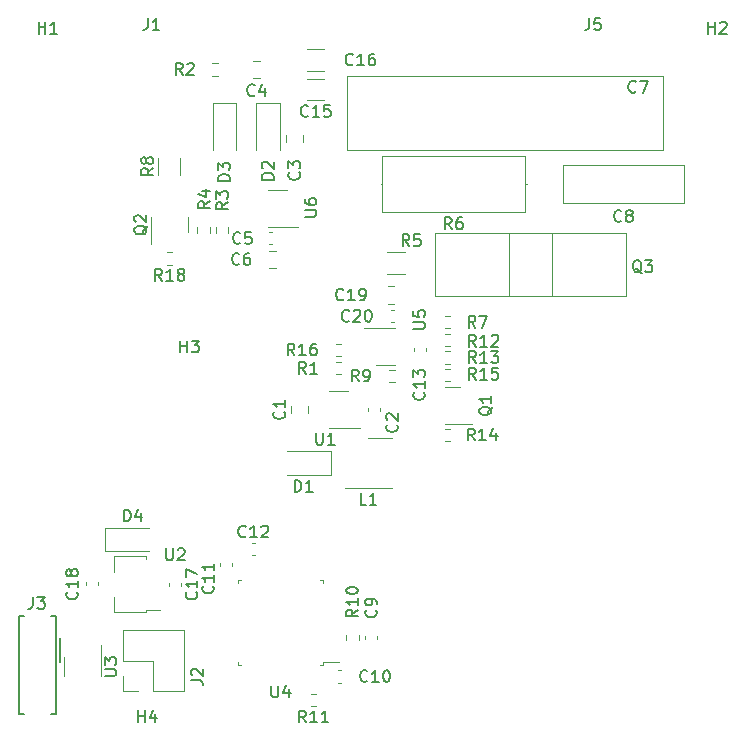
<source format=gbr>
%TF.GenerationSoftware,KiCad,Pcbnew,7.0.1*%
%TF.CreationDate,2024-04-13T10:55:35+02:00*%
%TF.ProjectId,Zuendung,5a75656e-6475-46e6-972e-6b696361645f,rev?*%
%TF.SameCoordinates,Original*%
%TF.FileFunction,Legend,Top*%
%TF.FilePolarity,Positive*%
%FSLAX46Y46*%
G04 Gerber Fmt 4.6, Leading zero omitted, Abs format (unit mm)*
G04 Created by KiCad (PCBNEW 7.0.1) date 2024-04-13 10:55:35*
%MOMM*%
%LPD*%
G01*
G04 APERTURE LIST*
%ADD10C,0.150000*%
%ADD11C,0.120000*%
G04 APERTURE END LIST*
D10*
%TO.C,U5*%
X135962619Y-101261904D02*
X136772142Y-101261904D01*
X136772142Y-101261904D02*
X136867380Y-101214285D01*
X136867380Y-101214285D02*
X136915000Y-101166666D01*
X136915000Y-101166666D02*
X136962619Y-101071428D01*
X136962619Y-101071428D02*
X136962619Y-100880952D01*
X136962619Y-100880952D02*
X136915000Y-100785714D01*
X136915000Y-100785714D02*
X136867380Y-100738095D01*
X136867380Y-100738095D02*
X136772142Y-100690476D01*
X136772142Y-100690476D02*
X135962619Y-100690476D01*
X135962619Y-99738095D02*
X135962619Y-100214285D01*
X135962619Y-100214285D02*
X136438809Y-100261904D01*
X136438809Y-100261904D02*
X136391190Y-100214285D01*
X136391190Y-100214285D02*
X136343571Y-100119047D01*
X136343571Y-100119047D02*
X136343571Y-99880952D01*
X136343571Y-99880952D02*
X136391190Y-99785714D01*
X136391190Y-99785714D02*
X136438809Y-99738095D01*
X136438809Y-99738095D02*
X136534047Y-99690476D01*
X136534047Y-99690476D02*
X136772142Y-99690476D01*
X136772142Y-99690476D02*
X136867380Y-99738095D01*
X136867380Y-99738095D02*
X136915000Y-99785714D01*
X136915000Y-99785714D02*
X136962619Y-99880952D01*
X136962619Y-99880952D02*
X136962619Y-100119047D01*
X136962619Y-100119047D02*
X136915000Y-100214285D01*
X136915000Y-100214285D02*
X136867380Y-100261904D01*
%TO.C,C11*%
X118992380Y-123042857D02*
X119040000Y-123090476D01*
X119040000Y-123090476D02*
X119087619Y-123233333D01*
X119087619Y-123233333D02*
X119087619Y-123328571D01*
X119087619Y-123328571D02*
X119040000Y-123471428D01*
X119040000Y-123471428D02*
X118944761Y-123566666D01*
X118944761Y-123566666D02*
X118849523Y-123614285D01*
X118849523Y-123614285D02*
X118659047Y-123661904D01*
X118659047Y-123661904D02*
X118516190Y-123661904D01*
X118516190Y-123661904D02*
X118325714Y-123614285D01*
X118325714Y-123614285D02*
X118230476Y-123566666D01*
X118230476Y-123566666D02*
X118135238Y-123471428D01*
X118135238Y-123471428D02*
X118087619Y-123328571D01*
X118087619Y-123328571D02*
X118087619Y-123233333D01*
X118087619Y-123233333D02*
X118135238Y-123090476D01*
X118135238Y-123090476D02*
X118182857Y-123042857D01*
X119087619Y-122090476D02*
X119087619Y-122661904D01*
X119087619Y-122376190D02*
X118087619Y-122376190D01*
X118087619Y-122376190D02*
X118230476Y-122471428D01*
X118230476Y-122471428D02*
X118325714Y-122566666D01*
X118325714Y-122566666D02*
X118373333Y-122661904D01*
X119087619Y-121138095D02*
X119087619Y-121709523D01*
X119087619Y-121423809D02*
X118087619Y-121423809D01*
X118087619Y-121423809D02*
X118230476Y-121519047D01*
X118230476Y-121519047D02*
X118325714Y-121614285D01*
X118325714Y-121614285D02*
X118373333Y-121709523D01*
%TO.C,J2*%
X117162619Y-131033333D02*
X117876904Y-131033333D01*
X117876904Y-131033333D02*
X118019761Y-131080952D01*
X118019761Y-131080952D02*
X118115000Y-131176190D01*
X118115000Y-131176190D02*
X118162619Y-131319047D01*
X118162619Y-131319047D02*
X118162619Y-131414285D01*
X117257857Y-130604761D02*
X117210238Y-130557142D01*
X117210238Y-130557142D02*
X117162619Y-130461904D01*
X117162619Y-130461904D02*
X117162619Y-130223809D01*
X117162619Y-130223809D02*
X117210238Y-130128571D01*
X117210238Y-130128571D02*
X117257857Y-130080952D01*
X117257857Y-130080952D02*
X117353095Y-130033333D01*
X117353095Y-130033333D02*
X117448333Y-130033333D01*
X117448333Y-130033333D02*
X117591190Y-130080952D01*
X117591190Y-130080952D02*
X118162619Y-130652380D01*
X118162619Y-130652380D02*
X118162619Y-130033333D01*
%TO.C,U1*%
X127738095Y-110062619D02*
X127738095Y-110872142D01*
X127738095Y-110872142D02*
X127785714Y-110967380D01*
X127785714Y-110967380D02*
X127833333Y-111015000D01*
X127833333Y-111015000D02*
X127928571Y-111062619D01*
X127928571Y-111062619D02*
X128119047Y-111062619D01*
X128119047Y-111062619D02*
X128214285Y-111015000D01*
X128214285Y-111015000D02*
X128261904Y-110967380D01*
X128261904Y-110967380D02*
X128309523Y-110872142D01*
X128309523Y-110872142D02*
X128309523Y-110062619D01*
X129309523Y-111062619D02*
X128738095Y-111062619D01*
X129023809Y-111062619D02*
X129023809Y-110062619D01*
X129023809Y-110062619D02*
X128928571Y-110205476D01*
X128928571Y-110205476D02*
X128833333Y-110300714D01*
X128833333Y-110300714D02*
X128738095Y-110348333D01*
%TO.C,C2*%
X134567380Y-109366666D02*
X134615000Y-109414285D01*
X134615000Y-109414285D02*
X134662619Y-109557142D01*
X134662619Y-109557142D02*
X134662619Y-109652380D01*
X134662619Y-109652380D02*
X134615000Y-109795237D01*
X134615000Y-109795237D02*
X134519761Y-109890475D01*
X134519761Y-109890475D02*
X134424523Y-109938094D01*
X134424523Y-109938094D02*
X134234047Y-109985713D01*
X134234047Y-109985713D02*
X134091190Y-109985713D01*
X134091190Y-109985713D02*
X133900714Y-109938094D01*
X133900714Y-109938094D02*
X133805476Y-109890475D01*
X133805476Y-109890475D02*
X133710238Y-109795237D01*
X133710238Y-109795237D02*
X133662619Y-109652380D01*
X133662619Y-109652380D02*
X133662619Y-109557142D01*
X133662619Y-109557142D02*
X133710238Y-109414285D01*
X133710238Y-109414285D02*
X133757857Y-109366666D01*
X133757857Y-108985713D02*
X133710238Y-108938094D01*
X133710238Y-108938094D02*
X133662619Y-108842856D01*
X133662619Y-108842856D02*
X133662619Y-108604761D01*
X133662619Y-108604761D02*
X133710238Y-108509523D01*
X133710238Y-108509523D02*
X133757857Y-108461904D01*
X133757857Y-108461904D02*
X133853095Y-108414285D01*
X133853095Y-108414285D02*
X133948333Y-108414285D01*
X133948333Y-108414285D02*
X134091190Y-108461904D01*
X134091190Y-108461904D02*
X134662619Y-109033332D01*
X134662619Y-109033332D02*
X134662619Y-108414285D01*
%TO.C,R11*%
X126882142Y-134592619D02*
X126548809Y-134116428D01*
X126310714Y-134592619D02*
X126310714Y-133592619D01*
X126310714Y-133592619D02*
X126691666Y-133592619D01*
X126691666Y-133592619D02*
X126786904Y-133640238D01*
X126786904Y-133640238D02*
X126834523Y-133687857D01*
X126834523Y-133687857D02*
X126882142Y-133783095D01*
X126882142Y-133783095D02*
X126882142Y-133925952D01*
X126882142Y-133925952D02*
X126834523Y-134021190D01*
X126834523Y-134021190D02*
X126786904Y-134068809D01*
X126786904Y-134068809D02*
X126691666Y-134116428D01*
X126691666Y-134116428D02*
X126310714Y-134116428D01*
X127834523Y-134592619D02*
X127263095Y-134592619D01*
X127548809Y-134592619D02*
X127548809Y-133592619D01*
X127548809Y-133592619D02*
X127453571Y-133735476D01*
X127453571Y-133735476D02*
X127358333Y-133830714D01*
X127358333Y-133830714D02*
X127263095Y-133878333D01*
X128786904Y-134592619D02*
X128215476Y-134592619D01*
X128501190Y-134592619D02*
X128501190Y-133592619D01*
X128501190Y-133592619D02*
X128405952Y-133735476D01*
X128405952Y-133735476D02*
X128310714Y-133830714D01*
X128310714Y-133830714D02*
X128215476Y-133878333D01*
%TO.C,H4*%
X112663095Y-134562619D02*
X112663095Y-133562619D01*
X112663095Y-134038809D02*
X113234523Y-134038809D01*
X113234523Y-134562619D02*
X113234523Y-133562619D01*
X114139285Y-133895952D02*
X114139285Y-134562619D01*
X113901190Y-133515000D02*
X113663095Y-134229285D01*
X113663095Y-134229285D02*
X114282142Y-134229285D01*
%TO.C,J5*%
X150866666Y-74962619D02*
X150866666Y-75676904D01*
X150866666Y-75676904D02*
X150819047Y-75819761D01*
X150819047Y-75819761D02*
X150723809Y-75915000D01*
X150723809Y-75915000D02*
X150580952Y-75962619D01*
X150580952Y-75962619D02*
X150485714Y-75962619D01*
X151819047Y-74962619D02*
X151342857Y-74962619D01*
X151342857Y-74962619D02*
X151295238Y-75438809D01*
X151295238Y-75438809D02*
X151342857Y-75391190D01*
X151342857Y-75391190D02*
X151438095Y-75343571D01*
X151438095Y-75343571D02*
X151676190Y-75343571D01*
X151676190Y-75343571D02*
X151771428Y-75391190D01*
X151771428Y-75391190D02*
X151819047Y-75438809D01*
X151819047Y-75438809D02*
X151866666Y-75534047D01*
X151866666Y-75534047D02*
X151866666Y-75772142D01*
X151866666Y-75772142D02*
X151819047Y-75867380D01*
X151819047Y-75867380D02*
X151771428Y-75915000D01*
X151771428Y-75915000D02*
X151676190Y-75962619D01*
X151676190Y-75962619D02*
X151438095Y-75962619D01*
X151438095Y-75962619D02*
X151342857Y-75915000D01*
X151342857Y-75915000D02*
X151295238Y-75867380D01*
%TO.C,C3*%
X126292380Y-88016666D02*
X126340000Y-88064285D01*
X126340000Y-88064285D02*
X126387619Y-88207142D01*
X126387619Y-88207142D02*
X126387619Y-88302380D01*
X126387619Y-88302380D02*
X126340000Y-88445237D01*
X126340000Y-88445237D02*
X126244761Y-88540475D01*
X126244761Y-88540475D02*
X126149523Y-88588094D01*
X126149523Y-88588094D02*
X125959047Y-88635713D01*
X125959047Y-88635713D02*
X125816190Y-88635713D01*
X125816190Y-88635713D02*
X125625714Y-88588094D01*
X125625714Y-88588094D02*
X125530476Y-88540475D01*
X125530476Y-88540475D02*
X125435238Y-88445237D01*
X125435238Y-88445237D02*
X125387619Y-88302380D01*
X125387619Y-88302380D02*
X125387619Y-88207142D01*
X125387619Y-88207142D02*
X125435238Y-88064285D01*
X125435238Y-88064285D02*
X125482857Y-88016666D01*
X125387619Y-87683332D02*
X125387619Y-87064285D01*
X125387619Y-87064285D02*
X125768571Y-87397618D01*
X125768571Y-87397618D02*
X125768571Y-87254761D01*
X125768571Y-87254761D02*
X125816190Y-87159523D01*
X125816190Y-87159523D02*
X125863809Y-87111904D01*
X125863809Y-87111904D02*
X125959047Y-87064285D01*
X125959047Y-87064285D02*
X126197142Y-87064285D01*
X126197142Y-87064285D02*
X126292380Y-87111904D01*
X126292380Y-87111904D02*
X126340000Y-87159523D01*
X126340000Y-87159523D02*
X126387619Y-87254761D01*
X126387619Y-87254761D02*
X126387619Y-87540475D01*
X126387619Y-87540475D02*
X126340000Y-87635713D01*
X126340000Y-87635713D02*
X126292380Y-87683332D01*
%TO.C,D2*%
X124137619Y-88638094D02*
X123137619Y-88638094D01*
X123137619Y-88638094D02*
X123137619Y-88399999D01*
X123137619Y-88399999D02*
X123185238Y-88257142D01*
X123185238Y-88257142D02*
X123280476Y-88161904D01*
X123280476Y-88161904D02*
X123375714Y-88114285D01*
X123375714Y-88114285D02*
X123566190Y-88066666D01*
X123566190Y-88066666D02*
X123709047Y-88066666D01*
X123709047Y-88066666D02*
X123899523Y-88114285D01*
X123899523Y-88114285D02*
X123994761Y-88161904D01*
X123994761Y-88161904D02*
X124090000Y-88257142D01*
X124090000Y-88257142D02*
X124137619Y-88399999D01*
X124137619Y-88399999D02*
X124137619Y-88638094D01*
X123232857Y-87685713D02*
X123185238Y-87638094D01*
X123185238Y-87638094D02*
X123137619Y-87542856D01*
X123137619Y-87542856D02*
X123137619Y-87304761D01*
X123137619Y-87304761D02*
X123185238Y-87209523D01*
X123185238Y-87209523D02*
X123232857Y-87161904D01*
X123232857Y-87161904D02*
X123328095Y-87114285D01*
X123328095Y-87114285D02*
X123423333Y-87114285D01*
X123423333Y-87114285D02*
X123566190Y-87161904D01*
X123566190Y-87161904D02*
X124137619Y-87733332D01*
X124137619Y-87733332D02*
X124137619Y-87114285D01*
%TO.C,Q3*%
X155304761Y-96557857D02*
X155209523Y-96510238D01*
X155209523Y-96510238D02*
X155114285Y-96415000D01*
X155114285Y-96415000D02*
X154971428Y-96272142D01*
X154971428Y-96272142D02*
X154876190Y-96224523D01*
X154876190Y-96224523D02*
X154780952Y-96224523D01*
X154828571Y-96462619D02*
X154733333Y-96415000D01*
X154733333Y-96415000D02*
X154638095Y-96319761D01*
X154638095Y-96319761D02*
X154590476Y-96129285D01*
X154590476Y-96129285D02*
X154590476Y-95795952D01*
X154590476Y-95795952D02*
X154638095Y-95605476D01*
X154638095Y-95605476D02*
X154733333Y-95510238D01*
X154733333Y-95510238D02*
X154828571Y-95462619D01*
X154828571Y-95462619D02*
X155019047Y-95462619D01*
X155019047Y-95462619D02*
X155114285Y-95510238D01*
X155114285Y-95510238D02*
X155209523Y-95605476D01*
X155209523Y-95605476D02*
X155257142Y-95795952D01*
X155257142Y-95795952D02*
X155257142Y-96129285D01*
X155257142Y-96129285D02*
X155209523Y-96319761D01*
X155209523Y-96319761D02*
X155114285Y-96415000D01*
X155114285Y-96415000D02*
X155019047Y-96462619D01*
X155019047Y-96462619D02*
X154828571Y-96462619D01*
X155590476Y-95462619D02*
X156209523Y-95462619D01*
X156209523Y-95462619D02*
X155876190Y-95843571D01*
X155876190Y-95843571D02*
X156019047Y-95843571D01*
X156019047Y-95843571D02*
X156114285Y-95891190D01*
X156114285Y-95891190D02*
X156161904Y-95938809D01*
X156161904Y-95938809D02*
X156209523Y-96034047D01*
X156209523Y-96034047D02*
X156209523Y-96272142D01*
X156209523Y-96272142D02*
X156161904Y-96367380D01*
X156161904Y-96367380D02*
X156114285Y-96415000D01*
X156114285Y-96415000D02*
X156019047Y-96462619D01*
X156019047Y-96462619D02*
X155733333Y-96462619D01*
X155733333Y-96462619D02*
X155638095Y-96415000D01*
X155638095Y-96415000D02*
X155590476Y-96367380D01*
%TO.C,U2*%
X115038095Y-119862619D02*
X115038095Y-120672142D01*
X115038095Y-120672142D02*
X115085714Y-120767380D01*
X115085714Y-120767380D02*
X115133333Y-120815000D01*
X115133333Y-120815000D02*
X115228571Y-120862619D01*
X115228571Y-120862619D02*
X115419047Y-120862619D01*
X115419047Y-120862619D02*
X115514285Y-120815000D01*
X115514285Y-120815000D02*
X115561904Y-120767380D01*
X115561904Y-120767380D02*
X115609523Y-120672142D01*
X115609523Y-120672142D02*
X115609523Y-119862619D01*
X116038095Y-119957857D02*
X116085714Y-119910238D01*
X116085714Y-119910238D02*
X116180952Y-119862619D01*
X116180952Y-119862619D02*
X116419047Y-119862619D01*
X116419047Y-119862619D02*
X116514285Y-119910238D01*
X116514285Y-119910238D02*
X116561904Y-119957857D01*
X116561904Y-119957857D02*
X116609523Y-120053095D01*
X116609523Y-120053095D02*
X116609523Y-120148333D01*
X116609523Y-120148333D02*
X116561904Y-120291190D01*
X116561904Y-120291190D02*
X115990476Y-120862619D01*
X115990476Y-120862619D02*
X116609523Y-120862619D01*
%TO.C,U3*%
X109837619Y-130661904D02*
X110647142Y-130661904D01*
X110647142Y-130661904D02*
X110742380Y-130614285D01*
X110742380Y-130614285D02*
X110790000Y-130566666D01*
X110790000Y-130566666D02*
X110837619Y-130471428D01*
X110837619Y-130471428D02*
X110837619Y-130280952D01*
X110837619Y-130280952D02*
X110790000Y-130185714D01*
X110790000Y-130185714D02*
X110742380Y-130138095D01*
X110742380Y-130138095D02*
X110647142Y-130090476D01*
X110647142Y-130090476D02*
X109837619Y-130090476D01*
X109837619Y-129709523D02*
X109837619Y-129090476D01*
X109837619Y-129090476D02*
X110218571Y-129423809D01*
X110218571Y-129423809D02*
X110218571Y-129280952D01*
X110218571Y-129280952D02*
X110266190Y-129185714D01*
X110266190Y-129185714D02*
X110313809Y-129138095D01*
X110313809Y-129138095D02*
X110409047Y-129090476D01*
X110409047Y-129090476D02*
X110647142Y-129090476D01*
X110647142Y-129090476D02*
X110742380Y-129138095D01*
X110742380Y-129138095D02*
X110790000Y-129185714D01*
X110790000Y-129185714D02*
X110837619Y-129280952D01*
X110837619Y-129280952D02*
X110837619Y-129566666D01*
X110837619Y-129566666D02*
X110790000Y-129661904D01*
X110790000Y-129661904D02*
X110742380Y-129709523D01*
%TO.C,C12*%
X121782142Y-118837380D02*
X121734523Y-118885000D01*
X121734523Y-118885000D02*
X121591666Y-118932619D01*
X121591666Y-118932619D02*
X121496428Y-118932619D01*
X121496428Y-118932619D02*
X121353571Y-118885000D01*
X121353571Y-118885000D02*
X121258333Y-118789761D01*
X121258333Y-118789761D02*
X121210714Y-118694523D01*
X121210714Y-118694523D02*
X121163095Y-118504047D01*
X121163095Y-118504047D02*
X121163095Y-118361190D01*
X121163095Y-118361190D02*
X121210714Y-118170714D01*
X121210714Y-118170714D02*
X121258333Y-118075476D01*
X121258333Y-118075476D02*
X121353571Y-117980238D01*
X121353571Y-117980238D02*
X121496428Y-117932619D01*
X121496428Y-117932619D02*
X121591666Y-117932619D01*
X121591666Y-117932619D02*
X121734523Y-117980238D01*
X121734523Y-117980238D02*
X121782142Y-118027857D01*
X122734523Y-118932619D02*
X122163095Y-118932619D01*
X122448809Y-118932619D02*
X122448809Y-117932619D01*
X122448809Y-117932619D02*
X122353571Y-118075476D01*
X122353571Y-118075476D02*
X122258333Y-118170714D01*
X122258333Y-118170714D02*
X122163095Y-118218333D01*
X123115476Y-118027857D02*
X123163095Y-117980238D01*
X123163095Y-117980238D02*
X123258333Y-117932619D01*
X123258333Y-117932619D02*
X123496428Y-117932619D01*
X123496428Y-117932619D02*
X123591666Y-117980238D01*
X123591666Y-117980238D02*
X123639285Y-118027857D01*
X123639285Y-118027857D02*
X123686904Y-118123095D01*
X123686904Y-118123095D02*
X123686904Y-118218333D01*
X123686904Y-118218333D02*
X123639285Y-118361190D01*
X123639285Y-118361190D02*
X123067857Y-118932619D01*
X123067857Y-118932619D02*
X123686904Y-118932619D01*
%TO.C,C16*%
X130857142Y-78867380D02*
X130809523Y-78915000D01*
X130809523Y-78915000D02*
X130666666Y-78962619D01*
X130666666Y-78962619D02*
X130571428Y-78962619D01*
X130571428Y-78962619D02*
X130428571Y-78915000D01*
X130428571Y-78915000D02*
X130333333Y-78819761D01*
X130333333Y-78819761D02*
X130285714Y-78724523D01*
X130285714Y-78724523D02*
X130238095Y-78534047D01*
X130238095Y-78534047D02*
X130238095Y-78391190D01*
X130238095Y-78391190D02*
X130285714Y-78200714D01*
X130285714Y-78200714D02*
X130333333Y-78105476D01*
X130333333Y-78105476D02*
X130428571Y-78010238D01*
X130428571Y-78010238D02*
X130571428Y-77962619D01*
X130571428Y-77962619D02*
X130666666Y-77962619D01*
X130666666Y-77962619D02*
X130809523Y-78010238D01*
X130809523Y-78010238D02*
X130857142Y-78057857D01*
X131809523Y-78962619D02*
X131238095Y-78962619D01*
X131523809Y-78962619D02*
X131523809Y-77962619D01*
X131523809Y-77962619D02*
X131428571Y-78105476D01*
X131428571Y-78105476D02*
X131333333Y-78200714D01*
X131333333Y-78200714D02*
X131238095Y-78248333D01*
X132666666Y-77962619D02*
X132476190Y-77962619D01*
X132476190Y-77962619D02*
X132380952Y-78010238D01*
X132380952Y-78010238D02*
X132333333Y-78057857D01*
X132333333Y-78057857D02*
X132238095Y-78200714D01*
X132238095Y-78200714D02*
X132190476Y-78391190D01*
X132190476Y-78391190D02*
X132190476Y-78772142D01*
X132190476Y-78772142D02*
X132238095Y-78867380D01*
X132238095Y-78867380D02*
X132285714Y-78915000D01*
X132285714Y-78915000D02*
X132380952Y-78962619D01*
X132380952Y-78962619D02*
X132571428Y-78962619D01*
X132571428Y-78962619D02*
X132666666Y-78915000D01*
X132666666Y-78915000D02*
X132714285Y-78867380D01*
X132714285Y-78867380D02*
X132761904Y-78772142D01*
X132761904Y-78772142D02*
X132761904Y-78534047D01*
X132761904Y-78534047D02*
X132714285Y-78438809D01*
X132714285Y-78438809D02*
X132666666Y-78391190D01*
X132666666Y-78391190D02*
X132571428Y-78343571D01*
X132571428Y-78343571D02*
X132380952Y-78343571D01*
X132380952Y-78343571D02*
X132285714Y-78391190D01*
X132285714Y-78391190D02*
X132238095Y-78438809D01*
X132238095Y-78438809D02*
X132190476Y-78534047D01*
%TO.C,C19*%
X130057142Y-98767380D02*
X130009523Y-98815000D01*
X130009523Y-98815000D02*
X129866666Y-98862619D01*
X129866666Y-98862619D02*
X129771428Y-98862619D01*
X129771428Y-98862619D02*
X129628571Y-98815000D01*
X129628571Y-98815000D02*
X129533333Y-98719761D01*
X129533333Y-98719761D02*
X129485714Y-98624523D01*
X129485714Y-98624523D02*
X129438095Y-98434047D01*
X129438095Y-98434047D02*
X129438095Y-98291190D01*
X129438095Y-98291190D02*
X129485714Y-98100714D01*
X129485714Y-98100714D02*
X129533333Y-98005476D01*
X129533333Y-98005476D02*
X129628571Y-97910238D01*
X129628571Y-97910238D02*
X129771428Y-97862619D01*
X129771428Y-97862619D02*
X129866666Y-97862619D01*
X129866666Y-97862619D02*
X130009523Y-97910238D01*
X130009523Y-97910238D02*
X130057142Y-97957857D01*
X131009523Y-98862619D02*
X130438095Y-98862619D01*
X130723809Y-98862619D02*
X130723809Y-97862619D01*
X130723809Y-97862619D02*
X130628571Y-98005476D01*
X130628571Y-98005476D02*
X130533333Y-98100714D01*
X130533333Y-98100714D02*
X130438095Y-98148333D01*
X131485714Y-98862619D02*
X131676190Y-98862619D01*
X131676190Y-98862619D02*
X131771428Y-98815000D01*
X131771428Y-98815000D02*
X131819047Y-98767380D01*
X131819047Y-98767380D02*
X131914285Y-98624523D01*
X131914285Y-98624523D02*
X131961904Y-98434047D01*
X131961904Y-98434047D02*
X131961904Y-98053095D01*
X131961904Y-98053095D02*
X131914285Y-97957857D01*
X131914285Y-97957857D02*
X131866666Y-97910238D01*
X131866666Y-97910238D02*
X131771428Y-97862619D01*
X131771428Y-97862619D02*
X131580952Y-97862619D01*
X131580952Y-97862619D02*
X131485714Y-97910238D01*
X131485714Y-97910238D02*
X131438095Y-97957857D01*
X131438095Y-97957857D02*
X131390476Y-98053095D01*
X131390476Y-98053095D02*
X131390476Y-98291190D01*
X131390476Y-98291190D02*
X131438095Y-98386428D01*
X131438095Y-98386428D02*
X131485714Y-98434047D01*
X131485714Y-98434047D02*
X131580952Y-98481666D01*
X131580952Y-98481666D02*
X131771428Y-98481666D01*
X131771428Y-98481666D02*
X131866666Y-98434047D01*
X131866666Y-98434047D02*
X131914285Y-98386428D01*
X131914285Y-98386428D02*
X131961904Y-98291190D01*
%TO.C,D1*%
X125911905Y-115062619D02*
X125911905Y-114062619D01*
X125911905Y-114062619D02*
X126150000Y-114062619D01*
X126150000Y-114062619D02*
X126292857Y-114110238D01*
X126292857Y-114110238D02*
X126388095Y-114205476D01*
X126388095Y-114205476D02*
X126435714Y-114300714D01*
X126435714Y-114300714D02*
X126483333Y-114491190D01*
X126483333Y-114491190D02*
X126483333Y-114634047D01*
X126483333Y-114634047D02*
X126435714Y-114824523D01*
X126435714Y-114824523D02*
X126388095Y-114919761D01*
X126388095Y-114919761D02*
X126292857Y-115015000D01*
X126292857Y-115015000D02*
X126150000Y-115062619D01*
X126150000Y-115062619D02*
X125911905Y-115062619D01*
X127435714Y-115062619D02*
X126864286Y-115062619D01*
X127150000Y-115062619D02*
X127150000Y-114062619D01*
X127150000Y-114062619D02*
X127054762Y-114205476D01*
X127054762Y-114205476D02*
X126959524Y-114300714D01*
X126959524Y-114300714D02*
X126864286Y-114348333D01*
%TO.C,R15*%
X141257142Y-105562619D02*
X140923809Y-105086428D01*
X140685714Y-105562619D02*
X140685714Y-104562619D01*
X140685714Y-104562619D02*
X141066666Y-104562619D01*
X141066666Y-104562619D02*
X141161904Y-104610238D01*
X141161904Y-104610238D02*
X141209523Y-104657857D01*
X141209523Y-104657857D02*
X141257142Y-104753095D01*
X141257142Y-104753095D02*
X141257142Y-104895952D01*
X141257142Y-104895952D02*
X141209523Y-104991190D01*
X141209523Y-104991190D02*
X141161904Y-105038809D01*
X141161904Y-105038809D02*
X141066666Y-105086428D01*
X141066666Y-105086428D02*
X140685714Y-105086428D01*
X142209523Y-105562619D02*
X141638095Y-105562619D01*
X141923809Y-105562619D02*
X141923809Y-104562619D01*
X141923809Y-104562619D02*
X141828571Y-104705476D01*
X141828571Y-104705476D02*
X141733333Y-104800714D01*
X141733333Y-104800714D02*
X141638095Y-104848333D01*
X143114285Y-104562619D02*
X142638095Y-104562619D01*
X142638095Y-104562619D02*
X142590476Y-105038809D01*
X142590476Y-105038809D02*
X142638095Y-104991190D01*
X142638095Y-104991190D02*
X142733333Y-104943571D01*
X142733333Y-104943571D02*
X142971428Y-104943571D01*
X142971428Y-104943571D02*
X143066666Y-104991190D01*
X143066666Y-104991190D02*
X143114285Y-105038809D01*
X143114285Y-105038809D02*
X143161904Y-105134047D01*
X143161904Y-105134047D02*
X143161904Y-105372142D01*
X143161904Y-105372142D02*
X143114285Y-105467380D01*
X143114285Y-105467380D02*
X143066666Y-105515000D01*
X143066666Y-105515000D02*
X142971428Y-105562619D01*
X142971428Y-105562619D02*
X142733333Y-105562619D01*
X142733333Y-105562619D02*
X142638095Y-105515000D01*
X142638095Y-105515000D02*
X142590476Y-105467380D01*
%TO.C,C5*%
X121333333Y-93992380D02*
X121285714Y-94040000D01*
X121285714Y-94040000D02*
X121142857Y-94087619D01*
X121142857Y-94087619D02*
X121047619Y-94087619D01*
X121047619Y-94087619D02*
X120904762Y-94040000D01*
X120904762Y-94040000D02*
X120809524Y-93944761D01*
X120809524Y-93944761D02*
X120761905Y-93849523D01*
X120761905Y-93849523D02*
X120714286Y-93659047D01*
X120714286Y-93659047D02*
X120714286Y-93516190D01*
X120714286Y-93516190D02*
X120761905Y-93325714D01*
X120761905Y-93325714D02*
X120809524Y-93230476D01*
X120809524Y-93230476D02*
X120904762Y-93135238D01*
X120904762Y-93135238D02*
X121047619Y-93087619D01*
X121047619Y-93087619D02*
X121142857Y-93087619D01*
X121142857Y-93087619D02*
X121285714Y-93135238D01*
X121285714Y-93135238D02*
X121333333Y-93182857D01*
X122238095Y-93087619D02*
X121761905Y-93087619D01*
X121761905Y-93087619D02*
X121714286Y-93563809D01*
X121714286Y-93563809D02*
X121761905Y-93516190D01*
X121761905Y-93516190D02*
X121857143Y-93468571D01*
X121857143Y-93468571D02*
X122095238Y-93468571D01*
X122095238Y-93468571D02*
X122190476Y-93516190D01*
X122190476Y-93516190D02*
X122238095Y-93563809D01*
X122238095Y-93563809D02*
X122285714Y-93659047D01*
X122285714Y-93659047D02*
X122285714Y-93897142D01*
X122285714Y-93897142D02*
X122238095Y-93992380D01*
X122238095Y-93992380D02*
X122190476Y-94040000D01*
X122190476Y-94040000D02*
X122095238Y-94087619D01*
X122095238Y-94087619D02*
X121857143Y-94087619D01*
X121857143Y-94087619D02*
X121761905Y-94040000D01*
X121761905Y-94040000D02*
X121714286Y-93992380D01*
%TO.C,C8*%
X153583333Y-92117380D02*
X153535714Y-92165000D01*
X153535714Y-92165000D02*
X153392857Y-92212619D01*
X153392857Y-92212619D02*
X153297619Y-92212619D01*
X153297619Y-92212619D02*
X153154762Y-92165000D01*
X153154762Y-92165000D02*
X153059524Y-92069761D01*
X153059524Y-92069761D02*
X153011905Y-91974523D01*
X153011905Y-91974523D02*
X152964286Y-91784047D01*
X152964286Y-91784047D02*
X152964286Y-91641190D01*
X152964286Y-91641190D02*
X153011905Y-91450714D01*
X153011905Y-91450714D02*
X153059524Y-91355476D01*
X153059524Y-91355476D02*
X153154762Y-91260238D01*
X153154762Y-91260238D02*
X153297619Y-91212619D01*
X153297619Y-91212619D02*
X153392857Y-91212619D01*
X153392857Y-91212619D02*
X153535714Y-91260238D01*
X153535714Y-91260238D02*
X153583333Y-91307857D01*
X154154762Y-91641190D02*
X154059524Y-91593571D01*
X154059524Y-91593571D02*
X154011905Y-91545952D01*
X154011905Y-91545952D02*
X153964286Y-91450714D01*
X153964286Y-91450714D02*
X153964286Y-91403095D01*
X153964286Y-91403095D02*
X154011905Y-91307857D01*
X154011905Y-91307857D02*
X154059524Y-91260238D01*
X154059524Y-91260238D02*
X154154762Y-91212619D01*
X154154762Y-91212619D02*
X154345238Y-91212619D01*
X154345238Y-91212619D02*
X154440476Y-91260238D01*
X154440476Y-91260238D02*
X154488095Y-91307857D01*
X154488095Y-91307857D02*
X154535714Y-91403095D01*
X154535714Y-91403095D02*
X154535714Y-91450714D01*
X154535714Y-91450714D02*
X154488095Y-91545952D01*
X154488095Y-91545952D02*
X154440476Y-91593571D01*
X154440476Y-91593571D02*
X154345238Y-91641190D01*
X154345238Y-91641190D02*
X154154762Y-91641190D01*
X154154762Y-91641190D02*
X154059524Y-91688809D01*
X154059524Y-91688809D02*
X154011905Y-91736428D01*
X154011905Y-91736428D02*
X153964286Y-91831666D01*
X153964286Y-91831666D02*
X153964286Y-92022142D01*
X153964286Y-92022142D02*
X154011905Y-92117380D01*
X154011905Y-92117380D02*
X154059524Y-92165000D01*
X154059524Y-92165000D02*
X154154762Y-92212619D01*
X154154762Y-92212619D02*
X154345238Y-92212619D01*
X154345238Y-92212619D02*
X154440476Y-92165000D01*
X154440476Y-92165000D02*
X154488095Y-92117380D01*
X154488095Y-92117380D02*
X154535714Y-92022142D01*
X154535714Y-92022142D02*
X154535714Y-91831666D01*
X154535714Y-91831666D02*
X154488095Y-91736428D01*
X154488095Y-91736428D02*
X154440476Y-91688809D01*
X154440476Y-91688809D02*
X154345238Y-91641190D01*
%TO.C,R4*%
X118762619Y-90466666D02*
X118286428Y-90799999D01*
X118762619Y-91038094D02*
X117762619Y-91038094D01*
X117762619Y-91038094D02*
X117762619Y-90657142D01*
X117762619Y-90657142D02*
X117810238Y-90561904D01*
X117810238Y-90561904D02*
X117857857Y-90514285D01*
X117857857Y-90514285D02*
X117953095Y-90466666D01*
X117953095Y-90466666D02*
X118095952Y-90466666D01*
X118095952Y-90466666D02*
X118191190Y-90514285D01*
X118191190Y-90514285D02*
X118238809Y-90561904D01*
X118238809Y-90561904D02*
X118286428Y-90657142D01*
X118286428Y-90657142D02*
X118286428Y-91038094D01*
X118095952Y-89609523D02*
X118762619Y-89609523D01*
X117715000Y-89847618D02*
X118429285Y-90085713D01*
X118429285Y-90085713D02*
X118429285Y-89466666D01*
%TO.C,H1*%
X104238095Y-76262619D02*
X104238095Y-75262619D01*
X104238095Y-75738809D02*
X104809523Y-75738809D01*
X104809523Y-76262619D02*
X104809523Y-75262619D01*
X105809523Y-76262619D02*
X105238095Y-76262619D01*
X105523809Y-76262619D02*
X105523809Y-75262619D01*
X105523809Y-75262619D02*
X105428571Y-75405476D01*
X105428571Y-75405476D02*
X105333333Y-75500714D01*
X105333333Y-75500714D02*
X105238095Y-75548333D01*
%TO.C,R12*%
X141257142Y-102762619D02*
X140923809Y-102286428D01*
X140685714Y-102762619D02*
X140685714Y-101762619D01*
X140685714Y-101762619D02*
X141066666Y-101762619D01*
X141066666Y-101762619D02*
X141161904Y-101810238D01*
X141161904Y-101810238D02*
X141209523Y-101857857D01*
X141209523Y-101857857D02*
X141257142Y-101953095D01*
X141257142Y-101953095D02*
X141257142Y-102095952D01*
X141257142Y-102095952D02*
X141209523Y-102191190D01*
X141209523Y-102191190D02*
X141161904Y-102238809D01*
X141161904Y-102238809D02*
X141066666Y-102286428D01*
X141066666Y-102286428D02*
X140685714Y-102286428D01*
X142209523Y-102762619D02*
X141638095Y-102762619D01*
X141923809Y-102762619D02*
X141923809Y-101762619D01*
X141923809Y-101762619D02*
X141828571Y-101905476D01*
X141828571Y-101905476D02*
X141733333Y-102000714D01*
X141733333Y-102000714D02*
X141638095Y-102048333D01*
X142590476Y-101857857D02*
X142638095Y-101810238D01*
X142638095Y-101810238D02*
X142733333Y-101762619D01*
X142733333Y-101762619D02*
X142971428Y-101762619D01*
X142971428Y-101762619D02*
X143066666Y-101810238D01*
X143066666Y-101810238D02*
X143114285Y-101857857D01*
X143114285Y-101857857D02*
X143161904Y-101953095D01*
X143161904Y-101953095D02*
X143161904Y-102048333D01*
X143161904Y-102048333D02*
X143114285Y-102191190D01*
X143114285Y-102191190D02*
X142542857Y-102762619D01*
X142542857Y-102762619D02*
X143161904Y-102762619D01*
%TO.C,H3*%
X116238095Y-103262619D02*
X116238095Y-102262619D01*
X116238095Y-102738809D02*
X116809523Y-102738809D01*
X116809523Y-103262619D02*
X116809523Y-102262619D01*
X117190476Y-102262619D02*
X117809523Y-102262619D01*
X117809523Y-102262619D02*
X117476190Y-102643571D01*
X117476190Y-102643571D02*
X117619047Y-102643571D01*
X117619047Y-102643571D02*
X117714285Y-102691190D01*
X117714285Y-102691190D02*
X117761904Y-102738809D01*
X117761904Y-102738809D02*
X117809523Y-102834047D01*
X117809523Y-102834047D02*
X117809523Y-103072142D01*
X117809523Y-103072142D02*
X117761904Y-103167380D01*
X117761904Y-103167380D02*
X117714285Y-103215000D01*
X117714285Y-103215000D02*
X117619047Y-103262619D01*
X117619047Y-103262619D02*
X117333333Y-103262619D01*
X117333333Y-103262619D02*
X117238095Y-103215000D01*
X117238095Y-103215000D02*
X117190476Y-103167380D01*
%TO.C,R16*%
X125907142Y-103512619D02*
X125573809Y-103036428D01*
X125335714Y-103512619D02*
X125335714Y-102512619D01*
X125335714Y-102512619D02*
X125716666Y-102512619D01*
X125716666Y-102512619D02*
X125811904Y-102560238D01*
X125811904Y-102560238D02*
X125859523Y-102607857D01*
X125859523Y-102607857D02*
X125907142Y-102703095D01*
X125907142Y-102703095D02*
X125907142Y-102845952D01*
X125907142Y-102845952D02*
X125859523Y-102941190D01*
X125859523Y-102941190D02*
X125811904Y-102988809D01*
X125811904Y-102988809D02*
X125716666Y-103036428D01*
X125716666Y-103036428D02*
X125335714Y-103036428D01*
X126859523Y-103512619D02*
X126288095Y-103512619D01*
X126573809Y-103512619D02*
X126573809Y-102512619D01*
X126573809Y-102512619D02*
X126478571Y-102655476D01*
X126478571Y-102655476D02*
X126383333Y-102750714D01*
X126383333Y-102750714D02*
X126288095Y-102798333D01*
X127716666Y-102512619D02*
X127526190Y-102512619D01*
X127526190Y-102512619D02*
X127430952Y-102560238D01*
X127430952Y-102560238D02*
X127383333Y-102607857D01*
X127383333Y-102607857D02*
X127288095Y-102750714D01*
X127288095Y-102750714D02*
X127240476Y-102941190D01*
X127240476Y-102941190D02*
X127240476Y-103322142D01*
X127240476Y-103322142D02*
X127288095Y-103417380D01*
X127288095Y-103417380D02*
X127335714Y-103465000D01*
X127335714Y-103465000D02*
X127430952Y-103512619D01*
X127430952Y-103512619D02*
X127621428Y-103512619D01*
X127621428Y-103512619D02*
X127716666Y-103465000D01*
X127716666Y-103465000D02*
X127764285Y-103417380D01*
X127764285Y-103417380D02*
X127811904Y-103322142D01*
X127811904Y-103322142D02*
X127811904Y-103084047D01*
X127811904Y-103084047D02*
X127764285Y-102988809D01*
X127764285Y-102988809D02*
X127716666Y-102941190D01*
X127716666Y-102941190D02*
X127621428Y-102893571D01*
X127621428Y-102893571D02*
X127430952Y-102893571D01*
X127430952Y-102893571D02*
X127335714Y-102941190D01*
X127335714Y-102941190D02*
X127288095Y-102988809D01*
X127288095Y-102988809D02*
X127240476Y-103084047D01*
%TO.C,R1*%
X126883333Y-105062619D02*
X126550000Y-104586428D01*
X126311905Y-105062619D02*
X126311905Y-104062619D01*
X126311905Y-104062619D02*
X126692857Y-104062619D01*
X126692857Y-104062619D02*
X126788095Y-104110238D01*
X126788095Y-104110238D02*
X126835714Y-104157857D01*
X126835714Y-104157857D02*
X126883333Y-104253095D01*
X126883333Y-104253095D02*
X126883333Y-104395952D01*
X126883333Y-104395952D02*
X126835714Y-104491190D01*
X126835714Y-104491190D02*
X126788095Y-104538809D01*
X126788095Y-104538809D02*
X126692857Y-104586428D01*
X126692857Y-104586428D02*
X126311905Y-104586428D01*
X127835714Y-105062619D02*
X127264286Y-105062619D01*
X127550000Y-105062619D02*
X127550000Y-104062619D01*
X127550000Y-104062619D02*
X127454762Y-104205476D01*
X127454762Y-104205476D02*
X127359524Y-104300714D01*
X127359524Y-104300714D02*
X127264286Y-104348333D01*
%TO.C,C6*%
X121233333Y-95767380D02*
X121185714Y-95815000D01*
X121185714Y-95815000D02*
X121042857Y-95862619D01*
X121042857Y-95862619D02*
X120947619Y-95862619D01*
X120947619Y-95862619D02*
X120804762Y-95815000D01*
X120804762Y-95815000D02*
X120709524Y-95719761D01*
X120709524Y-95719761D02*
X120661905Y-95624523D01*
X120661905Y-95624523D02*
X120614286Y-95434047D01*
X120614286Y-95434047D02*
X120614286Y-95291190D01*
X120614286Y-95291190D02*
X120661905Y-95100714D01*
X120661905Y-95100714D02*
X120709524Y-95005476D01*
X120709524Y-95005476D02*
X120804762Y-94910238D01*
X120804762Y-94910238D02*
X120947619Y-94862619D01*
X120947619Y-94862619D02*
X121042857Y-94862619D01*
X121042857Y-94862619D02*
X121185714Y-94910238D01*
X121185714Y-94910238D02*
X121233333Y-94957857D01*
X122090476Y-94862619D02*
X121900000Y-94862619D01*
X121900000Y-94862619D02*
X121804762Y-94910238D01*
X121804762Y-94910238D02*
X121757143Y-94957857D01*
X121757143Y-94957857D02*
X121661905Y-95100714D01*
X121661905Y-95100714D02*
X121614286Y-95291190D01*
X121614286Y-95291190D02*
X121614286Y-95672142D01*
X121614286Y-95672142D02*
X121661905Y-95767380D01*
X121661905Y-95767380D02*
X121709524Y-95815000D01*
X121709524Y-95815000D02*
X121804762Y-95862619D01*
X121804762Y-95862619D02*
X121995238Y-95862619D01*
X121995238Y-95862619D02*
X122090476Y-95815000D01*
X122090476Y-95815000D02*
X122138095Y-95767380D01*
X122138095Y-95767380D02*
X122185714Y-95672142D01*
X122185714Y-95672142D02*
X122185714Y-95434047D01*
X122185714Y-95434047D02*
X122138095Y-95338809D01*
X122138095Y-95338809D02*
X122090476Y-95291190D01*
X122090476Y-95291190D02*
X121995238Y-95243571D01*
X121995238Y-95243571D02*
X121804762Y-95243571D01*
X121804762Y-95243571D02*
X121709524Y-95291190D01*
X121709524Y-95291190D02*
X121661905Y-95338809D01*
X121661905Y-95338809D02*
X121614286Y-95434047D01*
%TO.C,R13*%
X141257142Y-104162619D02*
X140923809Y-103686428D01*
X140685714Y-104162619D02*
X140685714Y-103162619D01*
X140685714Y-103162619D02*
X141066666Y-103162619D01*
X141066666Y-103162619D02*
X141161904Y-103210238D01*
X141161904Y-103210238D02*
X141209523Y-103257857D01*
X141209523Y-103257857D02*
X141257142Y-103353095D01*
X141257142Y-103353095D02*
X141257142Y-103495952D01*
X141257142Y-103495952D02*
X141209523Y-103591190D01*
X141209523Y-103591190D02*
X141161904Y-103638809D01*
X141161904Y-103638809D02*
X141066666Y-103686428D01*
X141066666Y-103686428D02*
X140685714Y-103686428D01*
X142209523Y-104162619D02*
X141638095Y-104162619D01*
X141923809Y-104162619D02*
X141923809Y-103162619D01*
X141923809Y-103162619D02*
X141828571Y-103305476D01*
X141828571Y-103305476D02*
X141733333Y-103400714D01*
X141733333Y-103400714D02*
X141638095Y-103448333D01*
X142542857Y-103162619D02*
X143161904Y-103162619D01*
X143161904Y-103162619D02*
X142828571Y-103543571D01*
X142828571Y-103543571D02*
X142971428Y-103543571D01*
X142971428Y-103543571D02*
X143066666Y-103591190D01*
X143066666Y-103591190D02*
X143114285Y-103638809D01*
X143114285Y-103638809D02*
X143161904Y-103734047D01*
X143161904Y-103734047D02*
X143161904Y-103972142D01*
X143161904Y-103972142D02*
X143114285Y-104067380D01*
X143114285Y-104067380D02*
X143066666Y-104115000D01*
X143066666Y-104115000D02*
X142971428Y-104162619D01*
X142971428Y-104162619D02*
X142685714Y-104162619D01*
X142685714Y-104162619D02*
X142590476Y-104115000D01*
X142590476Y-104115000D02*
X142542857Y-104067380D01*
%TO.C,J3*%
X103766666Y-123962619D02*
X103766666Y-124676904D01*
X103766666Y-124676904D02*
X103719047Y-124819761D01*
X103719047Y-124819761D02*
X103623809Y-124915000D01*
X103623809Y-124915000D02*
X103480952Y-124962619D01*
X103480952Y-124962619D02*
X103385714Y-124962619D01*
X104147619Y-123962619D02*
X104766666Y-123962619D01*
X104766666Y-123962619D02*
X104433333Y-124343571D01*
X104433333Y-124343571D02*
X104576190Y-124343571D01*
X104576190Y-124343571D02*
X104671428Y-124391190D01*
X104671428Y-124391190D02*
X104719047Y-124438809D01*
X104719047Y-124438809D02*
X104766666Y-124534047D01*
X104766666Y-124534047D02*
X104766666Y-124772142D01*
X104766666Y-124772142D02*
X104719047Y-124867380D01*
X104719047Y-124867380D02*
X104671428Y-124915000D01*
X104671428Y-124915000D02*
X104576190Y-124962619D01*
X104576190Y-124962619D02*
X104290476Y-124962619D01*
X104290476Y-124962619D02*
X104195238Y-124915000D01*
X104195238Y-124915000D02*
X104147619Y-124867380D01*
%TO.C,C20*%
X130532142Y-100567380D02*
X130484523Y-100615000D01*
X130484523Y-100615000D02*
X130341666Y-100662619D01*
X130341666Y-100662619D02*
X130246428Y-100662619D01*
X130246428Y-100662619D02*
X130103571Y-100615000D01*
X130103571Y-100615000D02*
X130008333Y-100519761D01*
X130008333Y-100519761D02*
X129960714Y-100424523D01*
X129960714Y-100424523D02*
X129913095Y-100234047D01*
X129913095Y-100234047D02*
X129913095Y-100091190D01*
X129913095Y-100091190D02*
X129960714Y-99900714D01*
X129960714Y-99900714D02*
X130008333Y-99805476D01*
X130008333Y-99805476D02*
X130103571Y-99710238D01*
X130103571Y-99710238D02*
X130246428Y-99662619D01*
X130246428Y-99662619D02*
X130341666Y-99662619D01*
X130341666Y-99662619D02*
X130484523Y-99710238D01*
X130484523Y-99710238D02*
X130532142Y-99757857D01*
X130913095Y-99757857D02*
X130960714Y-99710238D01*
X130960714Y-99710238D02*
X131055952Y-99662619D01*
X131055952Y-99662619D02*
X131294047Y-99662619D01*
X131294047Y-99662619D02*
X131389285Y-99710238D01*
X131389285Y-99710238D02*
X131436904Y-99757857D01*
X131436904Y-99757857D02*
X131484523Y-99853095D01*
X131484523Y-99853095D02*
X131484523Y-99948333D01*
X131484523Y-99948333D02*
X131436904Y-100091190D01*
X131436904Y-100091190D02*
X130865476Y-100662619D01*
X130865476Y-100662619D02*
X131484523Y-100662619D01*
X132103571Y-99662619D02*
X132198809Y-99662619D01*
X132198809Y-99662619D02*
X132294047Y-99710238D01*
X132294047Y-99710238D02*
X132341666Y-99757857D01*
X132341666Y-99757857D02*
X132389285Y-99853095D01*
X132389285Y-99853095D02*
X132436904Y-100043571D01*
X132436904Y-100043571D02*
X132436904Y-100281666D01*
X132436904Y-100281666D02*
X132389285Y-100472142D01*
X132389285Y-100472142D02*
X132341666Y-100567380D01*
X132341666Y-100567380D02*
X132294047Y-100615000D01*
X132294047Y-100615000D02*
X132198809Y-100662619D01*
X132198809Y-100662619D02*
X132103571Y-100662619D01*
X132103571Y-100662619D02*
X132008333Y-100615000D01*
X132008333Y-100615000D02*
X131960714Y-100567380D01*
X131960714Y-100567380D02*
X131913095Y-100472142D01*
X131913095Y-100472142D02*
X131865476Y-100281666D01*
X131865476Y-100281666D02*
X131865476Y-100043571D01*
X131865476Y-100043571D02*
X131913095Y-99853095D01*
X131913095Y-99853095D02*
X131960714Y-99757857D01*
X131960714Y-99757857D02*
X132008333Y-99710238D01*
X132008333Y-99710238D02*
X132103571Y-99662619D01*
%TO.C,R6*%
X139213333Y-92832619D02*
X138880000Y-92356428D01*
X138641905Y-92832619D02*
X138641905Y-91832619D01*
X138641905Y-91832619D02*
X139022857Y-91832619D01*
X139022857Y-91832619D02*
X139118095Y-91880238D01*
X139118095Y-91880238D02*
X139165714Y-91927857D01*
X139165714Y-91927857D02*
X139213333Y-92023095D01*
X139213333Y-92023095D02*
X139213333Y-92165952D01*
X139213333Y-92165952D02*
X139165714Y-92261190D01*
X139165714Y-92261190D02*
X139118095Y-92308809D01*
X139118095Y-92308809D02*
X139022857Y-92356428D01*
X139022857Y-92356428D02*
X138641905Y-92356428D01*
X140070476Y-91832619D02*
X139880000Y-91832619D01*
X139880000Y-91832619D02*
X139784762Y-91880238D01*
X139784762Y-91880238D02*
X139737143Y-91927857D01*
X139737143Y-91927857D02*
X139641905Y-92070714D01*
X139641905Y-92070714D02*
X139594286Y-92261190D01*
X139594286Y-92261190D02*
X139594286Y-92642142D01*
X139594286Y-92642142D02*
X139641905Y-92737380D01*
X139641905Y-92737380D02*
X139689524Y-92785000D01*
X139689524Y-92785000D02*
X139784762Y-92832619D01*
X139784762Y-92832619D02*
X139975238Y-92832619D01*
X139975238Y-92832619D02*
X140070476Y-92785000D01*
X140070476Y-92785000D02*
X140118095Y-92737380D01*
X140118095Y-92737380D02*
X140165714Y-92642142D01*
X140165714Y-92642142D02*
X140165714Y-92404047D01*
X140165714Y-92404047D02*
X140118095Y-92308809D01*
X140118095Y-92308809D02*
X140070476Y-92261190D01*
X140070476Y-92261190D02*
X139975238Y-92213571D01*
X139975238Y-92213571D02*
X139784762Y-92213571D01*
X139784762Y-92213571D02*
X139689524Y-92261190D01*
X139689524Y-92261190D02*
X139641905Y-92308809D01*
X139641905Y-92308809D02*
X139594286Y-92404047D01*
%TO.C,D3*%
X120447619Y-88728094D02*
X119447619Y-88728094D01*
X119447619Y-88728094D02*
X119447619Y-88489999D01*
X119447619Y-88489999D02*
X119495238Y-88347142D01*
X119495238Y-88347142D02*
X119590476Y-88251904D01*
X119590476Y-88251904D02*
X119685714Y-88204285D01*
X119685714Y-88204285D02*
X119876190Y-88156666D01*
X119876190Y-88156666D02*
X120019047Y-88156666D01*
X120019047Y-88156666D02*
X120209523Y-88204285D01*
X120209523Y-88204285D02*
X120304761Y-88251904D01*
X120304761Y-88251904D02*
X120400000Y-88347142D01*
X120400000Y-88347142D02*
X120447619Y-88489999D01*
X120447619Y-88489999D02*
X120447619Y-88728094D01*
X119447619Y-87823332D02*
X119447619Y-87204285D01*
X119447619Y-87204285D02*
X119828571Y-87537618D01*
X119828571Y-87537618D02*
X119828571Y-87394761D01*
X119828571Y-87394761D02*
X119876190Y-87299523D01*
X119876190Y-87299523D02*
X119923809Y-87251904D01*
X119923809Y-87251904D02*
X120019047Y-87204285D01*
X120019047Y-87204285D02*
X120257142Y-87204285D01*
X120257142Y-87204285D02*
X120352380Y-87251904D01*
X120352380Y-87251904D02*
X120400000Y-87299523D01*
X120400000Y-87299523D02*
X120447619Y-87394761D01*
X120447619Y-87394761D02*
X120447619Y-87680475D01*
X120447619Y-87680475D02*
X120400000Y-87775713D01*
X120400000Y-87775713D02*
X120352380Y-87823332D01*
%TO.C,R3*%
X120262619Y-90566666D02*
X119786428Y-90899999D01*
X120262619Y-91138094D02*
X119262619Y-91138094D01*
X119262619Y-91138094D02*
X119262619Y-90757142D01*
X119262619Y-90757142D02*
X119310238Y-90661904D01*
X119310238Y-90661904D02*
X119357857Y-90614285D01*
X119357857Y-90614285D02*
X119453095Y-90566666D01*
X119453095Y-90566666D02*
X119595952Y-90566666D01*
X119595952Y-90566666D02*
X119691190Y-90614285D01*
X119691190Y-90614285D02*
X119738809Y-90661904D01*
X119738809Y-90661904D02*
X119786428Y-90757142D01*
X119786428Y-90757142D02*
X119786428Y-91138094D01*
X119262619Y-90233332D02*
X119262619Y-89614285D01*
X119262619Y-89614285D02*
X119643571Y-89947618D01*
X119643571Y-89947618D02*
X119643571Y-89804761D01*
X119643571Y-89804761D02*
X119691190Y-89709523D01*
X119691190Y-89709523D02*
X119738809Y-89661904D01*
X119738809Y-89661904D02*
X119834047Y-89614285D01*
X119834047Y-89614285D02*
X120072142Y-89614285D01*
X120072142Y-89614285D02*
X120167380Y-89661904D01*
X120167380Y-89661904D02*
X120215000Y-89709523D01*
X120215000Y-89709523D02*
X120262619Y-89804761D01*
X120262619Y-89804761D02*
X120262619Y-90090475D01*
X120262619Y-90090475D02*
X120215000Y-90185713D01*
X120215000Y-90185713D02*
X120167380Y-90233332D01*
%TO.C,R7*%
X141233333Y-101162619D02*
X140900000Y-100686428D01*
X140661905Y-101162619D02*
X140661905Y-100162619D01*
X140661905Y-100162619D02*
X141042857Y-100162619D01*
X141042857Y-100162619D02*
X141138095Y-100210238D01*
X141138095Y-100210238D02*
X141185714Y-100257857D01*
X141185714Y-100257857D02*
X141233333Y-100353095D01*
X141233333Y-100353095D02*
X141233333Y-100495952D01*
X141233333Y-100495952D02*
X141185714Y-100591190D01*
X141185714Y-100591190D02*
X141138095Y-100638809D01*
X141138095Y-100638809D02*
X141042857Y-100686428D01*
X141042857Y-100686428D02*
X140661905Y-100686428D01*
X141566667Y-100162619D02*
X142233333Y-100162619D01*
X142233333Y-100162619D02*
X141804762Y-101162619D01*
%TO.C,J1*%
X113466666Y-74962619D02*
X113466666Y-75676904D01*
X113466666Y-75676904D02*
X113419047Y-75819761D01*
X113419047Y-75819761D02*
X113323809Y-75915000D01*
X113323809Y-75915000D02*
X113180952Y-75962619D01*
X113180952Y-75962619D02*
X113085714Y-75962619D01*
X114466666Y-75962619D02*
X113895238Y-75962619D01*
X114180952Y-75962619D02*
X114180952Y-74962619D01*
X114180952Y-74962619D02*
X114085714Y-75105476D01*
X114085714Y-75105476D02*
X113990476Y-75200714D01*
X113990476Y-75200714D02*
X113895238Y-75248333D01*
%TO.C,D4*%
X111461905Y-117562619D02*
X111461905Y-116562619D01*
X111461905Y-116562619D02*
X111700000Y-116562619D01*
X111700000Y-116562619D02*
X111842857Y-116610238D01*
X111842857Y-116610238D02*
X111938095Y-116705476D01*
X111938095Y-116705476D02*
X111985714Y-116800714D01*
X111985714Y-116800714D02*
X112033333Y-116991190D01*
X112033333Y-116991190D02*
X112033333Y-117134047D01*
X112033333Y-117134047D02*
X111985714Y-117324523D01*
X111985714Y-117324523D02*
X111938095Y-117419761D01*
X111938095Y-117419761D02*
X111842857Y-117515000D01*
X111842857Y-117515000D02*
X111700000Y-117562619D01*
X111700000Y-117562619D02*
X111461905Y-117562619D01*
X112890476Y-116895952D02*
X112890476Y-117562619D01*
X112652381Y-116515000D02*
X112414286Y-117229285D01*
X112414286Y-117229285D02*
X113033333Y-117229285D01*
%TO.C,R10*%
X131287619Y-125042857D02*
X130811428Y-125376190D01*
X131287619Y-125614285D02*
X130287619Y-125614285D01*
X130287619Y-125614285D02*
X130287619Y-125233333D01*
X130287619Y-125233333D02*
X130335238Y-125138095D01*
X130335238Y-125138095D02*
X130382857Y-125090476D01*
X130382857Y-125090476D02*
X130478095Y-125042857D01*
X130478095Y-125042857D02*
X130620952Y-125042857D01*
X130620952Y-125042857D02*
X130716190Y-125090476D01*
X130716190Y-125090476D02*
X130763809Y-125138095D01*
X130763809Y-125138095D02*
X130811428Y-125233333D01*
X130811428Y-125233333D02*
X130811428Y-125614285D01*
X131287619Y-124090476D02*
X131287619Y-124661904D01*
X131287619Y-124376190D02*
X130287619Y-124376190D01*
X130287619Y-124376190D02*
X130430476Y-124471428D01*
X130430476Y-124471428D02*
X130525714Y-124566666D01*
X130525714Y-124566666D02*
X130573333Y-124661904D01*
X130287619Y-123471428D02*
X130287619Y-123376190D01*
X130287619Y-123376190D02*
X130335238Y-123280952D01*
X130335238Y-123280952D02*
X130382857Y-123233333D01*
X130382857Y-123233333D02*
X130478095Y-123185714D01*
X130478095Y-123185714D02*
X130668571Y-123138095D01*
X130668571Y-123138095D02*
X130906666Y-123138095D01*
X130906666Y-123138095D02*
X131097142Y-123185714D01*
X131097142Y-123185714D02*
X131192380Y-123233333D01*
X131192380Y-123233333D02*
X131240000Y-123280952D01*
X131240000Y-123280952D02*
X131287619Y-123376190D01*
X131287619Y-123376190D02*
X131287619Y-123471428D01*
X131287619Y-123471428D02*
X131240000Y-123566666D01*
X131240000Y-123566666D02*
X131192380Y-123614285D01*
X131192380Y-123614285D02*
X131097142Y-123661904D01*
X131097142Y-123661904D02*
X130906666Y-123709523D01*
X130906666Y-123709523D02*
X130668571Y-123709523D01*
X130668571Y-123709523D02*
X130478095Y-123661904D01*
X130478095Y-123661904D02*
X130382857Y-123614285D01*
X130382857Y-123614285D02*
X130335238Y-123566666D01*
X130335238Y-123566666D02*
X130287619Y-123471428D01*
%TO.C,C10*%
X132082142Y-131067380D02*
X132034523Y-131115000D01*
X132034523Y-131115000D02*
X131891666Y-131162619D01*
X131891666Y-131162619D02*
X131796428Y-131162619D01*
X131796428Y-131162619D02*
X131653571Y-131115000D01*
X131653571Y-131115000D02*
X131558333Y-131019761D01*
X131558333Y-131019761D02*
X131510714Y-130924523D01*
X131510714Y-130924523D02*
X131463095Y-130734047D01*
X131463095Y-130734047D02*
X131463095Y-130591190D01*
X131463095Y-130591190D02*
X131510714Y-130400714D01*
X131510714Y-130400714D02*
X131558333Y-130305476D01*
X131558333Y-130305476D02*
X131653571Y-130210238D01*
X131653571Y-130210238D02*
X131796428Y-130162619D01*
X131796428Y-130162619D02*
X131891666Y-130162619D01*
X131891666Y-130162619D02*
X132034523Y-130210238D01*
X132034523Y-130210238D02*
X132082142Y-130257857D01*
X133034523Y-131162619D02*
X132463095Y-131162619D01*
X132748809Y-131162619D02*
X132748809Y-130162619D01*
X132748809Y-130162619D02*
X132653571Y-130305476D01*
X132653571Y-130305476D02*
X132558333Y-130400714D01*
X132558333Y-130400714D02*
X132463095Y-130448333D01*
X133653571Y-130162619D02*
X133748809Y-130162619D01*
X133748809Y-130162619D02*
X133844047Y-130210238D01*
X133844047Y-130210238D02*
X133891666Y-130257857D01*
X133891666Y-130257857D02*
X133939285Y-130353095D01*
X133939285Y-130353095D02*
X133986904Y-130543571D01*
X133986904Y-130543571D02*
X133986904Y-130781666D01*
X133986904Y-130781666D02*
X133939285Y-130972142D01*
X133939285Y-130972142D02*
X133891666Y-131067380D01*
X133891666Y-131067380D02*
X133844047Y-131115000D01*
X133844047Y-131115000D02*
X133748809Y-131162619D01*
X133748809Y-131162619D02*
X133653571Y-131162619D01*
X133653571Y-131162619D02*
X133558333Y-131115000D01*
X133558333Y-131115000D02*
X133510714Y-131067380D01*
X133510714Y-131067380D02*
X133463095Y-130972142D01*
X133463095Y-130972142D02*
X133415476Y-130781666D01*
X133415476Y-130781666D02*
X133415476Y-130543571D01*
X133415476Y-130543571D02*
X133463095Y-130353095D01*
X133463095Y-130353095D02*
X133510714Y-130257857D01*
X133510714Y-130257857D02*
X133558333Y-130210238D01*
X133558333Y-130210238D02*
X133653571Y-130162619D01*
%TO.C,U4*%
X123963095Y-131467619D02*
X123963095Y-132277142D01*
X123963095Y-132277142D02*
X124010714Y-132372380D01*
X124010714Y-132372380D02*
X124058333Y-132420000D01*
X124058333Y-132420000D02*
X124153571Y-132467619D01*
X124153571Y-132467619D02*
X124344047Y-132467619D01*
X124344047Y-132467619D02*
X124439285Y-132420000D01*
X124439285Y-132420000D02*
X124486904Y-132372380D01*
X124486904Y-132372380D02*
X124534523Y-132277142D01*
X124534523Y-132277142D02*
X124534523Y-131467619D01*
X125439285Y-131800952D02*
X125439285Y-132467619D01*
X125201190Y-131420000D02*
X124963095Y-132134285D01*
X124963095Y-132134285D02*
X125582142Y-132134285D01*
%TO.C,R9*%
X131333333Y-105712619D02*
X131000000Y-105236428D01*
X130761905Y-105712619D02*
X130761905Y-104712619D01*
X130761905Y-104712619D02*
X131142857Y-104712619D01*
X131142857Y-104712619D02*
X131238095Y-104760238D01*
X131238095Y-104760238D02*
X131285714Y-104807857D01*
X131285714Y-104807857D02*
X131333333Y-104903095D01*
X131333333Y-104903095D02*
X131333333Y-105045952D01*
X131333333Y-105045952D02*
X131285714Y-105141190D01*
X131285714Y-105141190D02*
X131238095Y-105188809D01*
X131238095Y-105188809D02*
X131142857Y-105236428D01*
X131142857Y-105236428D02*
X130761905Y-105236428D01*
X131809524Y-105712619D02*
X132000000Y-105712619D01*
X132000000Y-105712619D02*
X132095238Y-105665000D01*
X132095238Y-105665000D02*
X132142857Y-105617380D01*
X132142857Y-105617380D02*
X132238095Y-105474523D01*
X132238095Y-105474523D02*
X132285714Y-105284047D01*
X132285714Y-105284047D02*
X132285714Y-104903095D01*
X132285714Y-104903095D02*
X132238095Y-104807857D01*
X132238095Y-104807857D02*
X132190476Y-104760238D01*
X132190476Y-104760238D02*
X132095238Y-104712619D01*
X132095238Y-104712619D02*
X131904762Y-104712619D01*
X131904762Y-104712619D02*
X131809524Y-104760238D01*
X131809524Y-104760238D02*
X131761905Y-104807857D01*
X131761905Y-104807857D02*
X131714286Y-104903095D01*
X131714286Y-104903095D02*
X131714286Y-105141190D01*
X131714286Y-105141190D02*
X131761905Y-105236428D01*
X131761905Y-105236428D02*
X131809524Y-105284047D01*
X131809524Y-105284047D02*
X131904762Y-105331666D01*
X131904762Y-105331666D02*
X132095238Y-105331666D01*
X132095238Y-105331666D02*
X132190476Y-105284047D01*
X132190476Y-105284047D02*
X132238095Y-105236428D01*
X132238095Y-105236428D02*
X132285714Y-105141190D01*
%TO.C,U6*%
X126762619Y-91761904D02*
X127572142Y-91761904D01*
X127572142Y-91761904D02*
X127667380Y-91714285D01*
X127667380Y-91714285D02*
X127715000Y-91666666D01*
X127715000Y-91666666D02*
X127762619Y-91571428D01*
X127762619Y-91571428D02*
X127762619Y-91380952D01*
X127762619Y-91380952D02*
X127715000Y-91285714D01*
X127715000Y-91285714D02*
X127667380Y-91238095D01*
X127667380Y-91238095D02*
X127572142Y-91190476D01*
X127572142Y-91190476D02*
X126762619Y-91190476D01*
X126762619Y-90285714D02*
X126762619Y-90476190D01*
X126762619Y-90476190D02*
X126810238Y-90571428D01*
X126810238Y-90571428D02*
X126857857Y-90619047D01*
X126857857Y-90619047D02*
X127000714Y-90714285D01*
X127000714Y-90714285D02*
X127191190Y-90761904D01*
X127191190Y-90761904D02*
X127572142Y-90761904D01*
X127572142Y-90761904D02*
X127667380Y-90714285D01*
X127667380Y-90714285D02*
X127715000Y-90666666D01*
X127715000Y-90666666D02*
X127762619Y-90571428D01*
X127762619Y-90571428D02*
X127762619Y-90380952D01*
X127762619Y-90380952D02*
X127715000Y-90285714D01*
X127715000Y-90285714D02*
X127667380Y-90238095D01*
X127667380Y-90238095D02*
X127572142Y-90190476D01*
X127572142Y-90190476D02*
X127334047Y-90190476D01*
X127334047Y-90190476D02*
X127238809Y-90238095D01*
X127238809Y-90238095D02*
X127191190Y-90285714D01*
X127191190Y-90285714D02*
X127143571Y-90380952D01*
X127143571Y-90380952D02*
X127143571Y-90571428D01*
X127143571Y-90571428D02*
X127191190Y-90666666D01*
X127191190Y-90666666D02*
X127238809Y-90714285D01*
X127238809Y-90714285D02*
X127334047Y-90761904D01*
%TO.C,R14*%
X141157142Y-110712619D02*
X140823809Y-110236428D01*
X140585714Y-110712619D02*
X140585714Y-109712619D01*
X140585714Y-109712619D02*
X140966666Y-109712619D01*
X140966666Y-109712619D02*
X141061904Y-109760238D01*
X141061904Y-109760238D02*
X141109523Y-109807857D01*
X141109523Y-109807857D02*
X141157142Y-109903095D01*
X141157142Y-109903095D02*
X141157142Y-110045952D01*
X141157142Y-110045952D02*
X141109523Y-110141190D01*
X141109523Y-110141190D02*
X141061904Y-110188809D01*
X141061904Y-110188809D02*
X140966666Y-110236428D01*
X140966666Y-110236428D02*
X140585714Y-110236428D01*
X142109523Y-110712619D02*
X141538095Y-110712619D01*
X141823809Y-110712619D02*
X141823809Y-109712619D01*
X141823809Y-109712619D02*
X141728571Y-109855476D01*
X141728571Y-109855476D02*
X141633333Y-109950714D01*
X141633333Y-109950714D02*
X141538095Y-109998333D01*
X142966666Y-110045952D02*
X142966666Y-110712619D01*
X142728571Y-109665000D02*
X142490476Y-110379285D01*
X142490476Y-110379285D02*
X143109523Y-110379285D01*
%TO.C,C18*%
X107467380Y-123542857D02*
X107515000Y-123590476D01*
X107515000Y-123590476D02*
X107562619Y-123733333D01*
X107562619Y-123733333D02*
X107562619Y-123828571D01*
X107562619Y-123828571D02*
X107515000Y-123971428D01*
X107515000Y-123971428D02*
X107419761Y-124066666D01*
X107419761Y-124066666D02*
X107324523Y-124114285D01*
X107324523Y-124114285D02*
X107134047Y-124161904D01*
X107134047Y-124161904D02*
X106991190Y-124161904D01*
X106991190Y-124161904D02*
X106800714Y-124114285D01*
X106800714Y-124114285D02*
X106705476Y-124066666D01*
X106705476Y-124066666D02*
X106610238Y-123971428D01*
X106610238Y-123971428D02*
X106562619Y-123828571D01*
X106562619Y-123828571D02*
X106562619Y-123733333D01*
X106562619Y-123733333D02*
X106610238Y-123590476D01*
X106610238Y-123590476D02*
X106657857Y-123542857D01*
X107562619Y-122590476D02*
X107562619Y-123161904D01*
X107562619Y-122876190D02*
X106562619Y-122876190D01*
X106562619Y-122876190D02*
X106705476Y-122971428D01*
X106705476Y-122971428D02*
X106800714Y-123066666D01*
X106800714Y-123066666D02*
X106848333Y-123161904D01*
X106991190Y-122019047D02*
X106943571Y-122114285D01*
X106943571Y-122114285D02*
X106895952Y-122161904D01*
X106895952Y-122161904D02*
X106800714Y-122209523D01*
X106800714Y-122209523D02*
X106753095Y-122209523D01*
X106753095Y-122209523D02*
X106657857Y-122161904D01*
X106657857Y-122161904D02*
X106610238Y-122114285D01*
X106610238Y-122114285D02*
X106562619Y-122019047D01*
X106562619Y-122019047D02*
X106562619Y-121828571D01*
X106562619Y-121828571D02*
X106610238Y-121733333D01*
X106610238Y-121733333D02*
X106657857Y-121685714D01*
X106657857Y-121685714D02*
X106753095Y-121638095D01*
X106753095Y-121638095D02*
X106800714Y-121638095D01*
X106800714Y-121638095D02*
X106895952Y-121685714D01*
X106895952Y-121685714D02*
X106943571Y-121733333D01*
X106943571Y-121733333D02*
X106991190Y-121828571D01*
X106991190Y-121828571D02*
X106991190Y-122019047D01*
X106991190Y-122019047D02*
X107038809Y-122114285D01*
X107038809Y-122114285D02*
X107086428Y-122161904D01*
X107086428Y-122161904D02*
X107181666Y-122209523D01*
X107181666Y-122209523D02*
X107372142Y-122209523D01*
X107372142Y-122209523D02*
X107467380Y-122161904D01*
X107467380Y-122161904D02*
X107515000Y-122114285D01*
X107515000Y-122114285D02*
X107562619Y-122019047D01*
X107562619Y-122019047D02*
X107562619Y-121828571D01*
X107562619Y-121828571D02*
X107515000Y-121733333D01*
X107515000Y-121733333D02*
X107467380Y-121685714D01*
X107467380Y-121685714D02*
X107372142Y-121638095D01*
X107372142Y-121638095D02*
X107181666Y-121638095D01*
X107181666Y-121638095D02*
X107086428Y-121685714D01*
X107086428Y-121685714D02*
X107038809Y-121733333D01*
X107038809Y-121733333D02*
X106991190Y-121828571D01*
%TO.C,L1*%
X131983333Y-116162619D02*
X131507143Y-116162619D01*
X131507143Y-116162619D02*
X131507143Y-115162619D01*
X132840476Y-116162619D02*
X132269048Y-116162619D01*
X132554762Y-116162619D02*
X132554762Y-115162619D01*
X132554762Y-115162619D02*
X132459524Y-115305476D01*
X132459524Y-115305476D02*
X132364286Y-115400714D01*
X132364286Y-115400714D02*
X132269048Y-115448333D01*
%TO.C,C4*%
X122533333Y-81467380D02*
X122485714Y-81515000D01*
X122485714Y-81515000D02*
X122342857Y-81562619D01*
X122342857Y-81562619D02*
X122247619Y-81562619D01*
X122247619Y-81562619D02*
X122104762Y-81515000D01*
X122104762Y-81515000D02*
X122009524Y-81419761D01*
X122009524Y-81419761D02*
X121961905Y-81324523D01*
X121961905Y-81324523D02*
X121914286Y-81134047D01*
X121914286Y-81134047D02*
X121914286Y-80991190D01*
X121914286Y-80991190D02*
X121961905Y-80800714D01*
X121961905Y-80800714D02*
X122009524Y-80705476D01*
X122009524Y-80705476D02*
X122104762Y-80610238D01*
X122104762Y-80610238D02*
X122247619Y-80562619D01*
X122247619Y-80562619D02*
X122342857Y-80562619D01*
X122342857Y-80562619D02*
X122485714Y-80610238D01*
X122485714Y-80610238D02*
X122533333Y-80657857D01*
X123390476Y-80895952D02*
X123390476Y-81562619D01*
X123152381Y-80515000D02*
X122914286Y-81229285D01*
X122914286Y-81229285D02*
X123533333Y-81229285D01*
%TO.C,C7*%
X154808333Y-81167380D02*
X154760714Y-81215000D01*
X154760714Y-81215000D02*
X154617857Y-81262619D01*
X154617857Y-81262619D02*
X154522619Y-81262619D01*
X154522619Y-81262619D02*
X154379762Y-81215000D01*
X154379762Y-81215000D02*
X154284524Y-81119761D01*
X154284524Y-81119761D02*
X154236905Y-81024523D01*
X154236905Y-81024523D02*
X154189286Y-80834047D01*
X154189286Y-80834047D02*
X154189286Y-80691190D01*
X154189286Y-80691190D02*
X154236905Y-80500714D01*
X154236905Y-80500714D02*
X154284524Y-80405476D01*
X154284524Y-80405476D02*
X154379762Y-80310238D01*
X154379762Y-80310238D02*
X154522619Y-80262619D01*
X154522619Y-80262619D02*
X154617857Y-80262619D01*
X154617857Y-80262619D02*
X154760714Y-80310238D01*
X154760714Y-80310238D02*
X154808333Y-80357857D01*
X155141667Y-80262619D02*
X155808333Y-80262619D01*
X155808333Y-80262619D02*
X155379762Y-81262619D01*
%TO.C,C15*%
X127057142Y-83217380D02*
X127009523Y-83265000D01*
X127009523Y-83265000D02*
X126866666Y-83312619D01*
X126866666Y-83312619D02*
X126771428Y-83312619D01*
X126771428Y-83312619D02*
X126628571Y-83265000D01*
X126628571Y-83265000D02*
X126533333Y-83169761D01*
X126533333Y-83169761D02*
X126485714Y-83074523D01*
X126485714Y-83074523D02*
X126438095Y-82884047D01*
X126438095Y-82884047D02*
X126438095Y-82741190D01*
X126438095Y-82741190D02*
X126485714Y-82550714D01*
X126485714Y-82550714D02*
X126533333Y-82455476D01*
X126533333Y-82455476D02*
X126628571Y-82360238D01*
X126628571Y-82360238D02*
X126771428Y-82312619D01*
X126771428Y-82312619D02*
X126866666Y-82312619D01*
X126866666Y-82312619D02*
X127009523Y-82360238D01*
X127009523Y-82360238D02*
X127057142Y-82407857D01*
X128009523Y-83312619D02*
X127438095Y-83312619D01*
X127723809Y-83312619D02*
X127723809Y-82312619D01*
X127723809Y-82312619D02*
X127628571Y-82455476D01*
X127628571Y-82455476D02*
X127533333Y-82550714D01*
X127533333Y-82550714D02*
X127438095Y-82598333D01*
X128914285Y-82312619D02*
X128438095Y-82312619D01*
X128438095Y-82312619D02*
X128390476Y-82788809D01*
X128390476Y-82788809D02*
X128438095Y-82741190D01*
X128438095Y-82741190D02*
X128533333Y-82693571D01*
X128533333Y-82693571D02*
X128771428Y-82693571D01*
X128771428Y-82693571D02*
X128866666Y-82741190D01*
X128866666Y-82741190D02*
X128914285Y-82788809D01*
X128914285Y-82788809D02*
X128961904Y-82884047D01*
X128961904Y-82884047D02*
X128961904Y-83122142D01*
X128961904Y-83122142D02*
X128914285Y-83217380D01*
X128914285Y-83217380D02*
X128866666Y-83265000D01*
X128866666Y-83265000D02*
X128771428Y-83312619D01*
X128771428Y-83312619D02*
X128533333Y-83312619D01*
X128533333Y-83312619D02*
X128438095Y-83265000D01*
X128438095Y-83265000D02*
X128390476Y-83217380D01*
%TO.C,R18*%
X114682142Y-97192619D02*
X114348809Y-96716428D01*
X114110714Y-97192619D02*
X114110714Y-96192619D01*
X114110714Y-96192619D02*
X114491666Y-96192619D01*
X114491666Y-96192619D02*
X114586904Y-96240238D01*
X114586904Y-96240238D02*
X114634523Y-96287857D01*
X114634523Y-96287857D02*
X114682142Y-96383095D01*
X114682142Y-96383095D02*
X114682142Y-96525952D01*
X114682142Y-96525952D02*
X114634523Y-96621190D01*
X114634523Y-96621190D02*
X114586904Y-96668809D01*
X114586904Y-96668809D02*
X114491666Y-96716428D01*
X114491666Y-96716428D02*
X114110714Y-96716428D01*
X115634523Y-97192619D02*
X115063095Y-97192619D01*
X115348809Y-97192619D02*
X115348809Y-96192619D01*
X115348809Y-96192619D02*
X115253571Y-96335476D01*
X115253571Y-96335476D02*
X115158333Y-96430714D01*
X115158333Y-96430714D02*
X115063095Y-96478333D01*
X116205952Y-96621190D02*
X116110714Y-96573571D01*
X116110714Y-96573571D02*
X116063095Y-96525952D01*
X116063095Y-96525952D02*
X116015476Y-96430714D01*
X116015476Y-96430714D02*
X116015476Y-96383095D01*
X116015476Y-96383095D02*
X116063095Y-96287857D01*
X116063095Y-96287857D02*
X116110714Y-96240238D01*
X116110714Y-96240238D02*
X116205952Y-96192619D01*
X116205952Y-96192619D02*
X116396428Y-96192619D01*
X116396428Y-96192619D02*
X116491666Y-96240238D01*
X116491666Y-96240238D02*
X116539285Y-96287857D01*
X116539285Y-96287857D02*
X116586904Y-96383095D01*
X116586904Y-96383095D02*
X116586904Y-96430714D01*
X116586904Y-96430714D02*
X116539285Y-96525952D01*
X116539285Y-96525952D02*
X116491666Y-96573571D01*
X116491666Y-96573571D02*
X116396428Y-96621190D01*
X116396428Y-96621190D02*
X116205952Y-96621190D01*
X116205952Y-96621190D02*
X116110714Y-96668809D01*
X116110714Y-96668809D02*
X116063095Y-96716428D01*
X116063095Y-96716428D02*
X116015476Y-96811666D01*
X116015476Y-96811666D02*
X116015476Y-97002142D01*
X116015476Y-97002142D02*
X116063095Y-97097380D01*
X116063095Y-97097380D02*
X116110714Y-97145000D01*
X116110714Y-97145000D02*
X116205952Y-97192619D01*
X116205952Y-97192619D02*
X116396428Y-97192619D01*
X116396428Y-97192619D02*
X116491666Y-97145000D01*
X116491666Y-97145000D02*
X116539285Y-97097380D01*
X116539285Y-97097380D02*
X116586904Y-97002142D01*
X116586904Y-97002142D02*
X116586904Y-96811666D01*
X116586904Y-96811666D02*
X116539285Y-96716428D01*
X116539285Y-96716428D02*
X116491666Y-96668809D01*
X116491666Y-96668809D02*
X116396428Y-96621190D01*
%TO.C,R2*%
X116433333Y-79762619D02*
X116100000Y-79286428D01*
X115861905Y-79762619D02*
X115861905Y-78762619D01*
X115861905Y-78762619D02*
X116242857Y-78762619D01*
X116242857Y-78762619D02*
X116338095Y-78810238D01*
X116338095Y-78810238D02*
X116385714Y-78857857D01*
X116385714Y-78857857D02*
X116433333Y-78953095D01*
X116433333Y-78953095D02*
X116433333Y-79095952D01*
X116433333Y-79095952D02*
X116385714Y-79191190D01*
X116385714Y-79191190D02*
X116338095Y-79238809D01*
X116338095Y-79238809D02*
X116242857Y-79286428D01*
X116242857Y-79286428D02*
X115861905Y-79286428D01*
X116814286Y-78857857D02*
X116861905Y-78810238D01*
X116861905Y-78810238D02*
X116957143Y-78762619D01*
X116957143Y-78762619D02*
X117195238Y-78762619D01*
X117195238Y-78762619D02*
X117290476Y-78810238D01*
X117290476Y-78810238D02*
X117338095Y-78857857D01*
X117338095Y-78857857D02*
X117385714Y-78953095D01*
X117385714Y-78953095D02*
X117385714Y-79048333D01*
X117385714Y-79048333D02*
X117338095Y-79191190D01*
X117338095Y-79191190D02*
X116766667Y-79762619D01*
X116766667Y-79762619D02*
X117385714Y-79762619D01*
%TO.C,C9*%
X132792380Y-125066666D02*
X132840000Y-125114285D01*
X132840000Y-125114285D02*
X132887619Y-125257142D01*
X132887619Y-125257142D02*
X132887619Y-125352380D01*
X132887619Y-125352380D02*
X132840000Y-125495237D01*
X132840000Y-125495237D02*
X132744761Y-125590475D01*
X132744761Y-125590475D02*
X132649523Y-125638094D01*
X132649523Y-125638094D02*
X132459047Y-125685713D01*
X132459047Y-125685713D02*
X132316190Y-125685713D01*
X132316190Y-125685713D02*
X132125714Y-125638094D01*
X132125714Y-125638094D02*
X132030476Y-125590475D01*
X132030476Y-125590475D02*
X131935238Y-125495237D01*
X131935238Y-125495237D02*
X131887619Y-125352380D01*
X131887619Y-125352380D02*
X131887619Y-125257142D01*
X131887619Y-125257142D02*
X131935238Y-125114285D01*
X131935238Y-125114285D02*
X131982857Y-125066666D01*
X132887619Y-124590475D02*
X132887619Y-124399999D01*
X132887619Y-124399999D02*
X132840000Y-124304761D01*
X132840000Y-124304761D02*
X132792380Y-124257142D01*
X132792380Y-124257142D02*
X132649523Y-124161904D01*
X132649523Y-124161904D02*
X132459047Y-124114285D01*
X132459047Y-124114285D02*
X132078095Y-124114285D01*
X132078095Y-124114285D02*
X131982857Y-124161904D01*
X131982857Y-124161904D02*
X131935238Y-124209523D01*
X131935238Y-124209523D02*
X131887619Y-124304761D01*
X131887619Y-124304761D02*
X131887619Y-124495237D01*
X131887619Y-124495237D02*
X131935238Y-124590475D01*
X131935238Y-124590475D02*
X131982857Y-124638094D01*
X131982857Y-124638094D02*
X132078095Y-124685713D01*
X132078095Y-124685713D02*
X132316190Y-124685713D01*
X132316190Y-124685713D02*
X132411428Y-124638094D01*
X132411428Y-124638094D02*
X132459047Y-124590475D01*
X132459047Y-124590475D02*
X132506666Y-124495237D01*
X132506666Y-124495237D02*
X132506666Y-124304761D01*
X132506666Y-124304761D02*
X132459047Y-124209523D01*
X132459047Y-124209523D02*
X132411428Y-124161904D01*
X132411428Y-124161904D02*
X132316190Y-124114285D01*
%TO.C,H2*%
X160938095Y-76262619D02*
X160938095Y-75262619D01*
X160938095Y-75738809D02*
X161509523Y-75738809D01*
X161509523Y-76262619D02*
X161509523Y-75262619D01*
X161938095Y-75357857D02*
X161985714Y-75310238D01*
X161985714Y-75310238D02*
X162080952Y-75262619D01*
X162080952Y-75262619D02*
X162319047Y-75262619D01*
X162319047Y-75262619D02*
X162414285Y-75310238D01*
X162414285Y-75310238D02*
X162461904Y-75357857D01*
X162461904Y-75357857D02*
X162509523Y-75453095D01*
X162509523Y-75453095D02*
X162509523Y-75548333D01*
X162509523Y-75548333D02*
X162461904Y-75691190D01*
X162461904Y-75691190D02*
X161890476Y-76262619D01*
X161890476Y-76262619D02*
X162509523Y-76262619D01*
%TO.C,C17*%
X117597380Y-123542857D02*
X117645000Y-123590476D01*
X117645000Y-123590476D02*
X117692619Y-123733333D01*
X117692619Y-123733333D02*
X117692619Y-123828571D01*
X117692619Y-123828571D02*
X117645000Y-123971428D01*
X117645000Y-123971428D02*
X117549761Y-124066666D01*
X117549761Y-124066666D02*
X117454523Y-124114285D01*
X117454523Y-124114285D02*
X117264047Y-124161904D01*
X117264047Y-124161904D02*
X117121190Y-124161904D01*
X117121190Y-124161904D02*
X116930714Y-124114285D01*
X116930714Y-124114285D02*
X116835476Y-124066666D01*
X116835476Y-124066666D02*
X116740238Y-123971428D01*
X116740238Y-123971428D02*
X116692619Y-123828571D01*
X116692619Y-123828571D02*
X116692619Y-123733333D01*
X116692619Y-123733333D02*
X116740238Y-123590476D01*
X116740238Y-123590476D02*
X116787857Y-123542857D01*
X117692619Y-122590476D02*
X117692619Y-123161904D01*
X117692619Y-122876190D02*
X116692619Y-122876190D01*
X116692619Y-122876190D02*
X116835476Y-122971428D01*
X116835476Y-122971428D02*
X116930714Y-123066666D01*
X116930714Y-123066666D02*
X116978333Y-123161904D01*
X116692619Y-122257142D02*
X116692619Y-121590476D01*
X116692619Y-121590476D02*
X117692619Y-122019047D01*
%TO.C,Q2*%
X113457857Y-92532738D02*
X113410238Y-92627976D01*
X113410238Y-92627976D02*
X113315000Y-92723214D01*
X113315000Y-92723214D02*
X113172142Y-92866071D01*
X113172142Y-92866071D02*
X113124523Y-92961309D01*
X113124523Y-92961309D02*
X113124523Y-93056547D01*
X113362619Y-93008928D02*
X113315000Y-93104166D01*
X113315000Y-93104166D02*
X113219761Y-93199404D01*
X113219761Y-93199404D02*
X113029285Y-93247023D01*
X113029285Y-93247023D02*
X112695952Y-93247023D01*
X112695952Y-93247023D02*
X112505476Y-93199404D01*
X112505476Y-93199404D02*
X112410238Y-93104166D01*
X112410238Y-93104166D02*
X112362619Y-93008928D01*
X112362619Y-93008928D02*
X112362619Y-92818452D01*
X112362619Y-92818452D02*
X112410238Y-92723214D01*
X112410238Y-92723214D02*
X112505476Y-92627976D01*
X112505476Y-92627976D02*
X112695952Y-92580357D01*
X112695952Y-92580357D02*
X113029285Y-92580357D01*
X113029285Y-92580357D02*
X113219761Y-92627976D01*
X113219761Y-92627976D02*
X113315000Y-92723214D01*
X113315000Y-92723214D02*
X113362619Y-92818452D01*
X113362619Y-92818452D02*
X113362619Y-93008928D01*
X112457857Y-92199404D02*
X112410238Y-92151785D01*
X112410238Y-92151785D02*
X112362619Y-92056547D01*
X112362619Y-92056547D02*
X112362619Y-91818452D01*
X112362619Y-91818452D02*
X112410238Y-91723214D01*
X112410238Y-91723214D02*
X112457857Y-91675595D01*
X112457857Y-91675595D02*
X112553095Y-91627976D01*
X112553095Y-91627976D02*
X112648333Y-91627976D01*
X112648333Y-91627976D02*
X112791190Y-91675595D01*
X112791190Y-91675595D02*
X113362619Y-92247023D01*
X113362619Y-92247023D02*
X113362619Y-91627976D01*
%TO.C,C13*%
X136867380Y-106642857D02*
X136915000Y-106690476D01*
X136915000Y-106690476D02*
X136962619Y-106833333D01*
X136962619Y-106833333D02*
X136962619Y-106928571D01*
X136962619Y-106928571D02*
X136915000Y-107071428D01*
X136915000Y-107071428D02*
X136819761Y-107166666D01*
X136819761Y-107166666D02*
X136724523Y-107214285D01*
X136724523Y-107214285D02*
X136534047Y-107261904D01*
X136534047Y-107261904D02*
X136391190Y-107261904D01*
X136391190Y-107261904D02*
X136200714Y-107214285D01*
X136200714Y-107214285D02*
X136105476Y-107166666D01*
X136105476Y-107166666D02*
X136010238Y-107071428D01*
X136010238Y-107071428D02*
X135962619Y-106928571D01*
X135962619Y-106928571D02*
X135962619Y-106833333D01*
X135962619Y-106833333D02*
X136010238Y-106690476D01*
X136010238Y-106690476D02*
X136057857Y-106642857D01*
X136962619Y-105690476D02*
X136962619Y-106261904D01*
X136962619Y-105976190D02*
X135962619Y-105976190D01*
X135962619Y-105976190D02*
X136105476Y-106071428D01*
X136105476Y-106071428D02*
X136200714Y-106166666D01*
X136200714Y-106166666D02*
X136248333Y-106261904D01*
X135962619Y-105357142D02*
X135962619Y-104738095D01*
X135962619Y-104738095D02*
X136343571Y-105071428D01*
X136343571Y-105071428D02*
X136343571Y-104928571D01*
X136343571Y-104928571D02*
X136391190Y-104833333D01*
X136391190Y-104833333D02*
X136438809Y-104785714D01*
X136438809Y-104785714D02*
X136534047Y-104738095D01*
X136534047Y-104738095D02*
X136772142Y-104738095D01*
X136772142Y-104738095D02*
X136867380Y-104785714D01*
X136867380Y-104785714D02*
X136915000Y-104833333D01*
X136915000Y-104833333D02*
X136962619Y-104928571D01*
X136962619Y-104928571D02*
X136962619Y-105214285D01*
X136962619Y-105214285D02*
X136915000Y-105309523D01*
X136915000Y-105309523D02*
X136867380Y-105357142D01*
%TO.C,Q1*%
X142657857Y-107845238D02*
X142610238Y-107940476D01*
X142610238Y-107940476D02*
X142515000Y-108035714D01*
X142515000Y-108035714D02*
X142372142Y-108178571D01*
X142372142Y-108178571D02*
X142324523Y-108273809D01*
X142324523Y-108273809D02*
X142324523Y-108369047D01*
X142562619Y-108321428D02*
X142515000Y-108416666D01*
X142515000Y-108416666D02*
X142419761Y-108511904D01*
X142419761Y-108511904D02*
X142229285Y-108559523D01*
X142229285Y-108559523D02*
X141895952Y-108559523D01*
X141895952Y-108559523D02*
X141705476Y-108511904D01*
X141705476Y-108511904D02*
X141610238Y-108416666D01*
X141610238Y-108416666D02*
X141562619Y-108321428D01*
X141562619Y-108321428D02*
X141562619Y-108130952D01*
X141562619Y-108130952D02*
X141610238Y-108035714D01*
X141610238Y-108035714D02*
X141705476Y-107940476D01*
X141705476Y-107940476D02*
X141895952Y-107892857D01*
X141895952Y-107892857D02*
X142229285Y-107892857D01*
X142229285Y-107892857D02*
X142419761Y-107940476D01*
X142419761Y-107940476D02*
X142515000Y-108035714D01*
X142515000Y-108035714D02*
X142562619Y-108130952D01*
X142562619Y-108130952D02*
X142562619Y-108321428D01*
X142562619Y-106940476D02*
X142562619Y-107511904D01*
X142562619Y-107226190D02*
X141562619Y-107226190D01*
X141562619Y-107226190D02*
X141705476Y-107321428D01*
X141705476Y-107321428D02*
X141800714Y-107416666D01*
X141800714Y-107416666D02*
X141848333Y-107511904D01*
%TO.C,R8*%
X113942619Y-87666666D02*
X113466428Y-87999999D01*
X113942619Y-88238094D02*
X112942619Y-88238094D01*
X112942619Y-88238094D02*
X112942619Y-87857142D01*
X112942619Y-87857142D02*
X112990238Y-87761904D01*
X112990238Y-87761904D02*
X113037857Y-87714285D01*
X113037857Y-87714285D02*
X113133095Y-87666666D01*
X113133095Y-87666666D02*
X113275952Y-87666666D01*
X113275952Y-87666666D02*
X113371190Y-87714285D01*
X113371190Y-87714285D02*
X113418809Y-87761904D01*
X113418809Y-87761904D02*
X113466428Y-87857142D01*
X113466428Y-87857142D02*
X113466428Y-88238094D01*
X113371190Y-87095237D02*
X113323571Y-87190475D01*
X113323571Y-87190475D02*
X113275952Y-87238094D01*
X113275952Y-87238094D02*
X113180714Y-87285713D01*
X113180714Y-87285713D02*
X113133095Y-87285713D01*
X113133095Y-87285713D02*
X113037857Y-87238094D01*
X113037857Y-87238094D02*
X112990238Y-87190475D01*
X112990238Y-87190475D02*
X112942619Y-87095237D01*
X112942619Y-87095237D02*
X112942619Y-86904761D01*
X112942619Y-86904761D02*
X112990238Y-86809523D01*
X112990238Y-86809523D02*
X113037857Y-86761904D01*
X113037857Y-86761904D02*
X113133095Y-86714285D01*
X113133095Y-86714285D02*
X113180714Y-86714285D01*
X113180714Y-86714285D02*
X113275952Y-86761904D01*
X113275952Y-86761904D02*
X113323571Y-86809523D01*
X113323571Y-86809523D02*
X113371190Y-86904761D01*
X113371190Y-86904761D02*
X113371190Y-87095237D01*
X113371190Y-87095237D02*
X113418809Y-87190475D01*
X113418809Y-87190475D02*
X113466428Y-87238094D01*
X113466428Y-87238094D02*
X113561666Y-87285713D01*
X113561666Y-87285713D02*
X113752142Y-87285713D01*
X113752142Y-87285713D02*
X113847380Y-87238094D01*
X113847380Y-87238094D02*
X113895000Y-87190475D01*
X113895000Y-87190475D02*
X113942619Y-87095237D01*
X113942619Y-87095237D02*
X113942619Y-86904761D01*
X113942619Y-86904761D02*
X113895000Y-86809523D01*
X113895000Y-86809523D02*
X113847380Y-86761904D01*
X113847380Y-86761904D02*
X113752142Y-86714285D01*
X113752142Y-86714285D02*
X113561666Y-86714285D01*
X113561666Y-86714285D02*
X113466428Y-86761904D01*
X113466428Y-86761904D02*
X113418809Y-86809523D01*
X113418809Y-86809523D02*
X113371190Y-86904761D01*
%TO.C,C1*%
X125017380Y-108266666D02*
X125065000Y-108314285D01*
X125065000Y-108314285D02*
X125112619Y-108457142D01*
X125112619Y-108457142D02*
X125112619Y-108552380D01*
X125112619Y-108552380D02*
X125065000Y-108695237D01*
X125065000Y-108695237D02*
X124969761Y-108790475D01*
X124969761Y-108790475D02*
X124874523Y-108838094D01*
X124874523Y-108838094D02*
X124684047Y-108885713D01*
X124684047Y-108885713D02*
X124541190Y-108885713D01*
X124541190Y-108885713D02*
X124350714Y-108838094D01*
X124350714Y-108838094D02*
X124255476Y-108790475D01*
X124255476Y-108790475D02*
X124160238Y-108695237D01*
X124160238Y-108695237D02*
X124112619Y-108552380D01*
X124112619Y-108552380D02*
X124112619Y-108457142D01*
X124112619Y-108457142D02*
X124160238Y-108314285D01*
X124160238Y-108314285D02*
X124207857Y-108266666D01*
X125112619Y-107314285D02*
X125112619Y-107885713D01*
X125112619Y-107599999D02*
X124112619Y-107599999D01*
X124112619Y-107599999D02*
X124255476Y-107695237D01*
X124255476Y-107695237D02*
X124350714Y-107790475D01*
X124350714Y-107790475D02*
X124398333Y-107885713D01*
%TO.C,R5*%
X135633333Y-94262619D02*
X135300000Y-93786428D01*
X135061905Y-94262619D02*
X135061905Y-93262619D01*
X135061905Y-93262619D02*
X135442857Y-93262619D01*
X135442857Y-93262619D02*
X135538095Y-93310238D01*
X135538095Y-93310238D02*
X135585714Y-93357857D01*
X135585714Y-93357857D02*
X135633333Y-93453095D01*
X135633333Y-93453095D02*
X135633333Y-93595952D01*
X135633333Y-93595952D02*
X135585714Y-93691190D01*
X135585714Y-93691190D02*
X135538095Y-93738809D01*
X135538095Y-93738809D02*
X135442857Y-93786428D01*
X135442857Y-93786428D02*
X135061905Y-93786428D01*
X136538095Y-93262619D02*
X136061905Y-93262619D01*
X136061905Y-93262619D02*
X136014286Y-93738809D01*
X136014286Y-93738809D02*
X136061905Y-93691190D01*
X136061905Y-93691190D02*
X136157143Y-93643571D01*
X136157143Y-93643571D02*
X136395238Y-93643571D01*
X136395238Y-93643571D02*
X136490476Y-93691190D01*
X136490476Y-93691190D02*
X136538095Y-93738809D01*
X136538095Y-93738809D02*
X136585714Y-93834047D01*
X136585714Y-93834047D02*
X136585714Y-94072142D01*
X136585714Y-94072142D02*
X136538095Y-94167380D01*
X136538095Y-94167380D02*
X136490476Y-94215000D01*
X136490476Y-94215000D02*
X136395238Y-94262619D01*
X136395238Y-94262619D02*
X136157143Y-94262619D01*
X136157143Y-94262619D02*
X136061905Y-94215000D01*
X136061905Y-94215000D02*
X136014286Y-94167380D01*
D11*
%TO.C,U5*%
X133637500Y-101190000D02*
X131837500Y-101190000D01*
X133637500Y-101190000D02*
X134437500Y-101190000D01*
X133637500Y-104310000D02*
X132837500Y-104310000D01*
X133637500Y-104310000D02*
X134437500Y-104310000D01*
%TO.C,C11*%
X120635000Y-121059420D02*
X120635000Y-121340580D01*
X119615000Y-121059420D02*
X119615000Y-121340580D01*
%TO.C,J2*%
X111355000Y-131970000D02*
X111355000Y-130640000D01*
X112685000Y-131970000D02*
X111355000Y-131970000D01*
X113955000Y-131970000D02*
X116555000Y-131970000D01*
X113955000Y-131970000D02*
X113955000Y-129370000D01*
X116555000Y-131970000D02*
X116555000Y-126770000D01*
X111355000Y-129370000D02*
X111355000Y-126770000D01*
X113955000Y-129370000D02*
X111355000Y-129370000D01*
X111355000Y-126770000D02*
X116555000Y-126770000D01*
%TO.C,U1*%
X129650000Y-109660000D02*
X131450000Y-109660000D01*
X129650000Y-109660000D02*
X128850000Y-109660000D01*
X129650000Y-106540000D02*
X130450000Y-106540000D01*
X129650000Y-106540000D02*
X128850000Y-106540000D01*
%TO.C,C2*%
X132140000Y-108240580D02*
X132140000Y-107959420D01*
X133160000Y-108240580D02*
X133160000Y-107959420D01*
%TO.C,R11*%
X127762258Y-133222500D02*
X127287742Y-133222500D01*
X127762258Y-132177500D02*
X127287742Y-132177500D01*
%TO.C,C3*%
X126635000Y-84888748D02*
X126635000Y-85411252D01*
X125165000Y-84888748D02*
X125165000Y-85411252D01*
%TO.C,D2*%
X124675000Y-82140000D02*
X122675000Y-82140000D01*
X124675000Y-82140000D02*
X124675000Y-86150000D01*
X122675000Y-82140000D02*
X122675000Y-86150000D01*
%TO.C,Q3*%
X153970000Y-98451000D02*
X153970000Y-93180000D01*
X153970000Y-98451000D02*
X137830000Y-98451000D01*
X153970000Y-93180000D02*
X137830000Y-93180000D01*
X147704000Y-98451000D02*
X147704000Y-93180000D01*
X144095000Y-98451000D02*
X144095000Y-93180000D01*
X137830000Y-98451000D02*
X137830000Y-93180000D01*
%TO.C,U2*%
X114500000Y-125030000D02*
X113360000Y-125030000D01*
X113360000Y-125260000D02*
X113360000Y-125030000D01*
X113360000Y-125260000D02*
X110640000Y-125260000D01*
X113360000Y-120540000D02*
X113360000Y-120770000D01*
X110640000Y-125260000D02*
X110640000Y-123950000D01*
X110640000Y-121850000D02*
X110640000Y-120540000D01*
X110640000Y-120540000D02*
X113360000Y-120540000D01*
%TO.C,U3*%
X109535000Y-129862500D02*
X109535000Y-128062500D01*
X109535000Y-129862500D02*
X109535000Y-130662500D01*
X106415000Y-129862500D02*
X106415000Y-129062500D01*
X106415000Y-129862500D02*
X106415000Y-130662500D01*
%TO.C,C12*%
X122284420Y-119390000D02*
X122565580Y-119390000D01*
X122284420Y-120410000D02*
X122565580Y-120410000D01*
%TO.C,C16*%
X128411252Y-79410000D02*
X126988748Y-79410000D01*
X128411252Y-77590000D02*
X126988748Y-77590000D01*
%TO.C,C19*%
X134311252Y-99135000D02*
X133788748Y-99135000D01*
X134311252Y-97665000D02*
X133788748Y-97665000D01*
%TO.C,D1*%
X129010000Y-113610000D02*
X129010000Y-111590000D01*
X129010000Y-113610000D02*
X125250000Y-113610000D01*
X129010000Y-111590000D02*
X125250000Y-111590000D01*
%TO.C,R15*%
X138612742Y-104677500D02*
X139087258Y-104677500D01*
X138612742Y-105722500D02*
X139087258Y-105722500D01*
%TO.C,C5*%
X123734420Y-93090000D02*
X124015580Y-93090000D01*
X123734420Y-94110000D02*
X124015580Y-94110000D01*
%TO.C,C8*%
X158870000Y-90620000D02*
X158870000Y-87380000D01*
X158870000Y-90620000D02*
X148630000Y-90620000D01*
X158870000Y-87380000D02*
X148630000Y-87380000D01*
X148630000Y-90620000D02*
X148630000Y-87380000D01*
%TO.C,R4*%
X117677500Y-93112258D02*
X117677500Y-92637742D01*
X118722500Y-93112258D02*
X118722500Y-92637742D01*
%TO.C,R12*%
X139087258Y-102722500D02*
X138612742Y-102722500D01*
X139087258Y-101677500D02*
X138612742Y-101677500D01*
%TO.C,R16*%
X129862258Y-103572500D02*
X129387742Y-103572500D01*
X129862258Y-102527500D02*
X129387742Y-102527500D01*
%TO.C,R1*%
X129412742Y-104077500D02*
X129887258Y-104077500D01*
X129412742Y-105122500D02*
X129887258Y-105122500D01*
%TO.C,C6*%
X123788748Y-94665000D02*
X124311252Y-94665000D01*
X123788748Y-96135000D02*
X124311252Y-96135000D01*
%TO.C,R13*%
X139087258Y-104222500D02*
X138612742Y-104222500D01*
X139087258Y-103177500D02*
X138612742Y-103177500D01*
D10*
%TO.C,J3*%
X105755000Y-125612500D02*
X105755000Y-133912500D01*
X105280000Y-125612500D02*
X105755000Y-125612500D01*
X103030000Y-125612500D02*
X102555000Y-125612500D01*
X102555000Y-125612500D02*
X102555000Y-133912500D01*
X106055000Y-127462500D02*
X106055000Y-129462500D01*
X105755000Y-133912500D02*
X105280000Y-133912500D01*
X102555000Y-133912500D02*
X103030000Y-133912500D01*
D11*
%TO.C,C20*%
X134365580Y-100710000D02*
X134084420Y-100710000D01*
X134365580Y-99690000D02*
X134084420Y-99690000D01*
%TO.C,R6*%
X145560000Y-89000000D02*
X145450000Y-89000000D01*
X145450000Y-91370000D02*
X145450000Y-86630000D01*
X145450000Y-86630000D02*
X133310000Y-86630000D01*
X133310000Y-91370000D02*
X145450000Y-91370000D01*
X133310000Y-86630000D02*
X133310000Y-91370000D01*
X133200000Y-89000000D02*
X133310000Y-89000000D01*
%TO.C,D3*%
X121000000Y-82140000D02*
X119000000Y-82140000D01*
X121000000Y-82140000D02*
X121000000Y-86150000D01*
X119000000Y-82140000D02*
X119000000Y-86150000D01*
%TO.C,R3*%
X120322500Y-92637742D02*
X120322500Y-93112258D01*
X119277500Y-92637742D02*
X119277500Y-93112258D01*
%TO.C,R7*%
X138612742Y-100177500D02*
X139087258Y-100177500D01*
X138612742Y-101222500D02*
X139087258Y-101222500D01*
%TO.C,D4*%
X109840000Y-118090000D02*
X109840000Y-120110000D01*
X109840000Y-118090000D02*
X113600000Y-118090000D01*
X109840000Y-120110000D02*
X113600000Y-120110000D01*
%TO.C,R10*%
X130302500Y-127637258D02*
X130302500Y-127162742D01*
X131347500Y-127637258D02*
X131347500Y-127162742D01*
%TO.C,C10*%
X129584420Y-130190000D02*
X129865580Y-130190000D01*
X129584420Y-131210000D02*
X129865580Y-131210000D01*
%TO.C,U4*%
X128335000Y-129735000D02*
X128335000Y-129435000D01*
X128335000Y-129435000D02*
X129650000Y-129435000D01*
X128335000Y-122515000D02*
X128335000Y-122815000D01*
X128035000Y-129735000D02*
X128335000Y-129735000D01*
X128035000Y-122515000D02*
X128335000Y-122515000D01*
X121415000Y-129735000D02*
X121115000Y-129735000D01*
X121415000Y-122515000D02*
X121115000Y-122515000D01*
X121115000Y-129735000D02*
X121115000Y-129435000D01*
X121115000Y-122515000D02*
X121115000Y-122815000D01*
%TO.C,R9*%
X133912742Y-104727500D02*
X134387258Y-104727500D01*
X133912742Y-105772500D02*
X134387258Y-105772500D01*
%TO.C,U6*%
X124437500Y-92610000D02*
X126237500Y-92610000D01*
X124437500Y-92610000D02*
X123637500Y-92610000D01*
X124437500Y-89490000D02*
X125237500Y-89490000D01*
X124437500Y-89490000D02*
X123637500Y-89490000D01*
%TO.C,R14*%
X138612742Y-109727500D02*
X139087258Y-109727500D01*
X138612742Y-110772500D02*
X139087258Y-110772500D01*
%TO.C,C18*%
X109310000Y-122659420D02*
X109310000Y-122940580D01*
X108290000Y-122659420D02*
X108290000Y-122940580D01*
%TO.C,L1*%
X130150000Y-114710000D02*
X134150000Y-114710000D01*
X132150000Y-110490000D02*
X134150000Y-110490000D01*
%TO.C,C4*%
X122961252Y-80035000D02*
X122438748Y-80035000D01*
X122961252Y-78565000D02*
X122438748Y-78565000D01*
%TO.C,C7*%
X157120000Y-86120000D02*
X157120000Y-79880000D01*
X157120000Y-86120000D02*
X130380000Y-86120000D01*
X157120000Y-79880000D02*
X130380000Y-79880000D01*
X130380000Y-86120000D02*
X130380000Y-79880000D01*
%TO.C,C15*%
X128411252Y-81910000D02*
X126988748Y-81910000D01*
X128411252Y-80090000D02*
X126988748Y-80090000D01*
%TO.C,R18*%
X115562258Y-95822500D02*
X115087742Y-95822500D01*
X115562258Y-94777500D02*
X115087742Y-94777500D01*
%TO.C,R2*%
X118962742Y-78777500D02*
X119437258Y-78777500D01*
X118962742Y-79822500D02*
X119437258Y-79822500D01*
%TO.C,C9*%
X131915000Y-127515580D02*
X131915000Y-127234420D01*
X132935000Y-127515580D02*
X132935000Y-127234420D01*
%TO.C,C17*%
X116310000Y-122759420D02*
X116310000Y-123040580D01*
X115290000Y-122759420D02*
X115290000Y-123040580D01*
%TO.C,Q2*%
X113740000Y-92437500D02*
X113740000Y-94112500D01*
X113740000Y-92437500D02*
X113740000Y-91787500D01*
X116860000Y-92437500D02*
X116860000Y-93087500D01*
X116860000Y-92437500D02*
X116860000Y-91787500D01*
%TO.C,C13*%
X137035000Y-102859420D02*
X137035000Y-103140580D01*
X136015000Y-102859420D02*
X136015000Y-103140580D01*
%TO.C,Q1*%
X139287500Y-109310000D02*
X140962500Y-109310000D01*
X139287500Y-109310000D02*
X138637500Y-109310000D01*
X139287500Y-106190000D02*
X139937500Y-106190000D01*
X139287500Y-106190000D02*
X138637500Y-106190000D01*
%TO.C,R8*%
X114390000Y-88227064D02*
X114390000Y-86772936D01*
X116210000Y-88227064D02*
X116210000Y-86772936D01*
%TO.C,C1*%
X127085000Y-107838748D02*
X127085000Y-108361252D01*
X125615000Y-107838748D02*
X125615000Y-108361252D01*
%TO.C,R5*%
X135227064Y-96610000D02*
X133772936Y-96610000D01*
X135227064Y-94790000D02*
X133772936Y-94790000D01*
%TD*%
M02*

</source>
